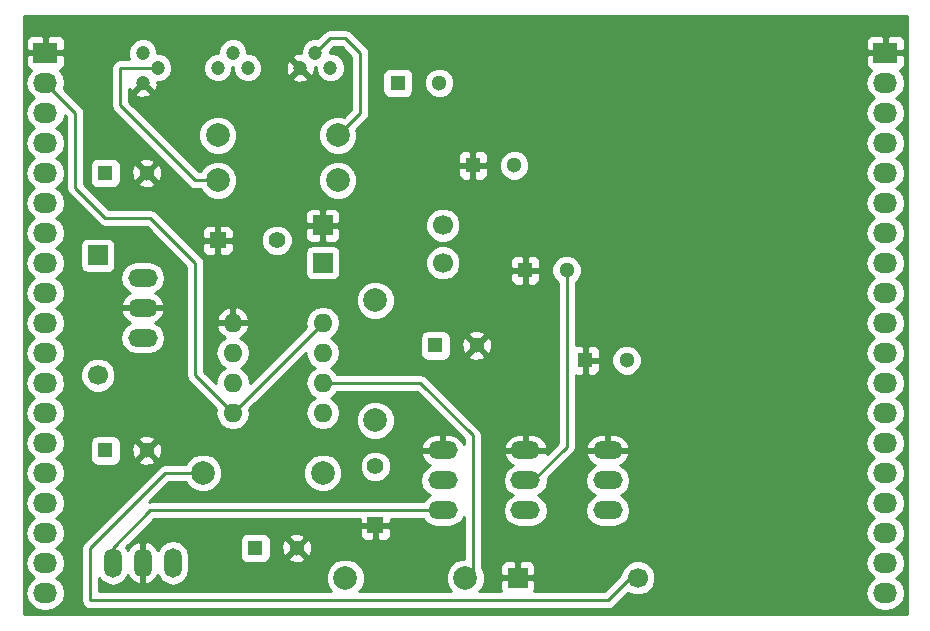
<source format=gbr>
G04 #@! TF.FileFunction,Copper,L2,Bot,Signal*
%FSLAX46Y46*%
G04 Gerber Fmt 4.6, Leading zero omitted, Abs format (unit mm)*
G04 Created by KiCad (PCBNEW 4.0.3+e1-6302~38~ubuntu16.04.1-stable) date Thu Aug 25 17:21:45 2016*
%MOMM*%
%LPD*%
G01*
G04 APERTURE LIST*
%ADD10C,0.100000*%
%ADD11R,1.400000X1.400000*%
%ADD12C,1.400000*%
%ADD13C,1.300000*%
%ADD14R,1.300000X1.300000*%
%ADD15C,1.699260*%
%ADD16R,1.699260X1.699260*%
%ADD17C,1.200000*%
%ADD18C,1.998980*%
%ADD19O,1.600000X1.600000*%
%ADD20O,2.499360X1.501140*%
%ADD21O,1.501140X2.499360*%
%ADD22R,2.032000X1.727200*%
%ADD23O,2.032000X1.727200*%
%ADD24C,0.250000*%
%ADD25C,0.254000*%
G04 APERTURE END LIST*
D10*
D11*
X60960000Y-84455000D03*
D12*
X60960000Y-79455000D03*
D11*
X47625000Y-60325000D03*
D12*
X52625000Y-60325000D03*
D13*
X41600000Y-54610000D03*
D14*
X38100000Y-54610000D03*
D13*
X41600000Y-78105000D03*
D14*
X38100000Y-78105000D03*
D13*
X54300000Y-86360000D03*
D14*
X50800000Y-86360000D03*
D13*
X69540000Y-69215000D03*
D14*
X66040000Y-69215000D03*
D13*
X66365000Y-46990000D03*
D14*
X62865000Y-46990000D03*
D13*
X72715000Y-53975000D03*
D14*
X69215000Y-53975000D03*
D13*
X77160000Y-62865000D03*
D14*
X73660000Y-62865000D03*
D13*
X82240000Y-70485000D03*
D14*
X78740000Y-70485000D03*
D15*
X37467540Y-71755520D03*
D16*
X37467540Y-61595520D03*
D15*
X83185520Y-88897460D03*
D16*
X73025520Y-88897460D03*
D15*
X66675520Y-59052460D03*
D16*
X56515520Y-59052460D03*
D15*
X66675520Y-62227460D03*
D16*
X56515520Y-62227460D03*
D17*
X41275000Y-46990000D03*
X42545000Y-45720000D03*
X41275000Y-44450000D03*
X50165000Y-45720000D03*
X48895000Y-44450000D03*
X47625000Y-45720000D03*
X57150000Y-45720000D03*
X55880000Y-44450000D03*
X54610000Y-45720000D03*
D18*
X60960000Y-75565000D03*
X60960000Y-65405000D03*
X58420000Y-88900000D03*
X68580000Y-88900000D03*
X47625000Y-55245000D03*
X57785000Y-55245000D03*
X47625000Y-51435000D03*
X57785000Y-51435000D03*
X46355000Y-80010000D03*
X56515000Y-80010000D03*
D19*
X48895000Y-67310000D03*
X48895000Y-69850000D03*
X48895000Y-72390000D03*
X48895000Y-74930000D03*
X56515000Y-74930000D03*
X56515000Y-72390000D03*
X56515000Y-69850000D03*
X56515000Y-67310000D03*
D20*
X41275000Y-66040000D03*
X41275000Y-63500000D03*
X41275000Y-68580000D03*
D21*
X41275000Y-87630000D03*
X38735000Y-87630000D03*
X43815000Y-87630000D03*
D20*
X66675000Y-80645000D03*
X66675000Y-78105000D03*
X66675000Y-83185000D03*
X80645000Y-80645000D03*
X80645000Y-78105000D03*
X80645000Y-83185000D03*
X73660000Y-80645000D03*
X73660000Y-78105000D03*
X73660000Y-83185000D03*
D22*
X104140000Y-44450000D03*
D23*
X104140000Y-46990000D03*
X104140000Y-49530000D03*
X104140000Y-52070000D03*
X104140000Y-54610000D03*
X104140000Y-57150000D03*
X104140000Y-59690000D03*
X104140000Y-62230000D03*
X104140000Y-64770000D03*
X104140000Y-67310000D03*
X104140000Y-69850000D03*
X104140000Y-72390000D03*
X104140000Y-74930000D03*
X104140000Y-77470000D03*
X104140000Y-80010000D03*
X104140000Y-82550000D03*
X104140000Y-85090000D03*
X104140000Y-87630000D03*
X104140000Y-90170000D03*
D22*
X33020000Y-44450000D03*
D23*
X33020000Y-46990000D03*
X33020000Y-49530000D03*
X33020000Y-52070000D03*
X33020000Y-54610000D03*
X33020000Y-57150000D03*
X33020000Y-59690000D03*
X33020000Y-62230000D03*
X33020000Y-64770000D03*
X33020000Y-67310000D03*
X33020000Y-69850000D03*
X33020000Y-72390000D03*
X33020000Y-74930000D03*
X33020000Y-77470000D03*
X33020000Y-80010000D03*
X33020000Y-82550000D03*
X33020000Y-85090000D03*
X33020000Y-87630000D03*
X33020000Y-90170000D03*
D24*
X56515000Y-72390000D02*
X64770000Y-72390000D01*
X69215000Y-76835000D02*
X69215000Y-88265000D01*
X64770000Y-72390000D02*
X69215000Y-76835000D01*
X69215000Y-88265000D02*
X68580000Y-88900000D01*
X38735000Y-87630000D02*
X38735000Y-86360000D01*
X41910000Y-83185000D02*
X66675000Y-83185000D01*
X38735000Y-86360000D02*
X41910000Y-83185000D01*
X33020000Y-46990000D02*
X35560000Y-49530000D01*
X45720000Y-71755000D02*
X48895000Y-74930000D01*
X45720000Y-62230000D02*
X45720000Y-71755000D01*
X41910000Y-58420000D02*
X45720000Y-62230000D01*
X38100000Y-58420000D02*
X41910000Y-58420000D01*
X35560000Y-55880000D02*
X38100000Y-58420000D01*
X35560000Y-53340000D02*
X35560000Y-55880000D01*
X35560000Y-49530000D02*
X35560000Y-53340000D01*
X56515000Y-67310000D02*
X48895000Y-74930000D01*
X73660000Y-80645000D02*
X74295000Y-80645000D01*
X74295000Y-80645000D02*
X77160000Y-77780000D01*
X77160000Y-77780000D02*
X77160000Y-62865000D01*
X46355000Y-80010000D02*
X43180000Y-80010000D01*
X80645000Y-90805000D02*
X82552540Y-88897460D01*
X36830000Y-90805000D02*
X80645000Y-90805000D01*
X36830000Y-86360000D02*
X36830000Y-90805000D01*
X43180000Y-80010000D02*
X36830000Y-86360000D01*
X82552540Y-88897460D02*
X83185520Y-88897460D01*
X42545000Y-45720000D02*
X39370000Y-45720000D01*
X45720000Y-55245000D02*
X47625000Y-55245000D01*
X39370000Y-48895000D02*
X45720000Y-55245000D01*
X39370000Y-45720000D02*
X39370000Y-48895000D01*
X55880000Y-44450000D02*
X57150000Y-43180000D01*
X59690000Y-49530000D02*
X57785000Y-51435000D01*
X59690000Y-44450000D02*
X59690000Y-49530000D01*
X58420000Y-43180000D02*
X59690000Y-44450000D01*
X57150000Y-43180000D02*
X58420000Y-43180000D01*
X57785000Y-51435000D02*
X57785000Y-50800000D01*
D25*
G36*
X105970000Y-92000000D02*
X31190000Y-92000000D01*
X31190000Y-46990000D01*
X31336655Y-46990000D01*
X31450729Y-47563489D01*
X31775585Y-48049670D01*
X32090366Y-48260000D01*
X31775585Y-48470330D01*
X31450729Y-48956511D01*
X31336655Y-49530000D01*
X31450729Y-50103489D01*
X31775585Y-50589670D01*
X32090366Y-50800000D01*
X31775585Y-51010330D01*
X31450729Y-51496511D01*
X31336655Y-52070000D01*
X31450729Y-52643489D01*
X31775585Y-53129670D01*
X32090366Y-53340000D01*
X31775585Y-53550330D01*
X31450729Y-54036511D01*
X31336655Y-54610000D01*
X31450729Y-55183489D01*
X31775585Y-55669670D01*
X32090366Y-55880000D01*
X31775585Y-56090330D01*
X31450729Y-56576511D01*
X31336655Y-57150000D01*
X31450729Y-57723489D01*
X31775585Y-58209670D01*
X32090366Y-58420000D01*
X31775585Y-58630330D01*
X31450729Y-59116511D01*
X31336655Y-59690000D01*
X31450729Y-60263489D01*
X31775585Y-60749670D01*
X32090366Y-60960000D01*
X31775585Y-61170330D01*
X31450729Y-61656511D01*
X31336655Y-62230000D01*
X31450729Y-62803489D01*
X31775585Y-63289670D01*
X32090366Y-63500000D01*
X31775585Y-63710330D01*
X31450729Y-64196511D01*
X31336655Y-64770000D01*
X31450729Y-65343489D01*
X31775585Y-65829670D01*
X32090366Y-66040000D01*
X31775585Y-66250330D01*
X31450729Y-66736511D01*
X31336655Y-67310000D01*
X31450729Y-67883489D01*
X31775585Y-68369670D01*
X32090366Y-68580000D01*
X31775585Y-68790330D01*
X31450729Y-69276511D01*
X31336655Y-69850000D01*
X31450729Y-70423489D01*
X31775585Y-70909670D01*
X32090366Y-71120000D01*
X31775585Y-71330330D01*
X31450729Y-71816511D01*
X31336655Y-72390000D01*
X31450729Y-72963489D01*
X31775585Y-73449670D01*
X32090366Y-73660000D01*
X31775585Y-73870330D01*
X31450729Y-74356511D01*
X31336655Y-74930000D01*
X31450729Y-75503489D01*
X31775585Y-75989670D01*
X32090366Y-76200000D01*
X31775585Y-76410330D01*
X31450729Y-76896511D01*
X31336655Y-77470000D01*
X31450729Y-78043489D01*
X31775585Y-78529670D01*
X32090366Y-78740000D01*
X31775585Y-78950330D01*
X31450729Y-79436511D01*
X31336655Y-80010000D01*
X31450729Y-80583489D01*
X31775585Y-81069670D01*
X32090366Y-81280000D01*
X31775585Y-81490330D01*
X31450729Y-81976511D01*
X31336655Y-82550000D01*
X31450729Y-83123489D01*
X31775585Y-83609670D01*
X32090366Y-83820000D01*
X31775585Y-84030330D01*
X31450729Y-84516511D01*
X31336655Y-85090000D01*
X31450729Y-85663489D01*
X31775585Y-86149670D01*
X32090366Y-86360000D01*
X31775585Y-86570330D01*
X31450729Y-87056511D01*
X31336655Y-87630000D01*
X31450729Y-88203489D01*
X31775585Y-88689670D01*
X32090366Y-88900000D01*
X31775585Y-89110330D01*
X31450729Y-89596511D01*
X31336655Y-90170000D01*
X31450729Y-90743489D01*
X31775585Y-91229670D01*
X32261766Y-91554526D01*
X32835255Y-91668600D01*
X33204745Y-91668600D01*
X33778234Y-91554526D01*
X34264415Y-91229670D01*
X34589271Y-90743489D01*
X34703345Y-90170000D01*
X34589271Y-89596511D01*
X34264415Y-89110330D01*
X33949634Y-88900000D01*
X34264415Y-88689670D01*
X34589271Y-88203489D01*
X34703345Y-87630000D01*
X34589271Y-87056511D01*
X34264415Y-86570330D01*
X33949634Y-86360000D01*
X34264415Y-86149670D01*
X34589271Y-85663489D01*
X34703345Y-85090000D01*
X34589271Y-84516511D01*
X34264415Y-84030330D01*
X33949634Y-83820000D01*
X34264415Y-83609670D01*
X34589271Y-83123489D01*
X34703345Y-82550000D01*
X34589271Y-81976511D01*
X34264415Y-81490330D01*
X33949634Y-81280000D01*
X34264415Y-81069670D01*
X34589271Y-80583489D01*
X34703345Y-80010000D01*
X34589271Y-79436511D01*
X34264415Y-78950330D01*
X33949634Y-78740000D01*
X34264415Y-78529670D01*
X34589271Y-78043489D01*
X34703345Y-77470000D01*
X34700362Y-77455000D01*
X36802560Y-77455000D01*
X36802560Y-78755000D01*
X36846838Y-78990317D01*
X36985910Y-79206441D01*
X37198110Y-79351431D01*
X37450000Y-79402440D01*
X38750000Y-79402440D01*
X38985317Y-79358162D01*
X39201441Y-79219090D01*
X39346431Y-79006890D01*
X39347012Y-79004016D01*
X40880590Y-79004016D01*
X40936271Y-79234611D01*
X41419078Y-79402622D01*
X41929428Y-79373083D01*
X42263729Y-79234611D01*
X42319410Y-79004016D01*
X41600000Y-78284605D01*
X40880590Y-79004016D01*
X39347012Y-79004016D01*
X39397440Y-78755000D01*
X39397440Y-77924078D01*
X40302378Y-77924078D01*
X40331917Y-78434428D01*
X40470389Y-78768729D01*
X40700984Y-78824410D01*
X41420395Y-78105000D01*
X41779605Y-78105000D01*
X42499016Y-78824410D01*
X42729611Y-78768729D01*
X42897622Y-78285922D01*
X42868083Y-77775572D01*
X42863176Y-77763725D01*
X64833007Y-77763725D01*
X64955661Y-77978000D01*
X66548000Y-77978000D01*
X66548000Y-76719430D01*
X66048890Y-76719430D01*
X65528323Y-76873501D01*
X65106342Y-77215056D01*
X64847190Y-77692097D01*
X64833007Y-77763725D01*
X42863176Y-77763725D01*
X42729611Y-77441271D01*
X42499016Y-77385590D01*
X41779605Y-78105000D01*
X41420395Y-78105000D01*
X40700984Y-77385590D01*
X40470389Y-77441271D01*
X40302378Y-77924078D01*
X39397440Y-77924078D01*
X39397440Y-77455000D01*
X39353162Y-77219683D01*
X39344347Y-77205984D01*
X40880590Y-77205984D01*
X41600000Y-77925395D01*
X42319410Y-77205984D01*
X42263729Y-76975389D01*
X41780922Y-76807378D01*
X41270572Y-76836917D01*
X40936271Y-76975389D01*
X40880590Y-77205984D01*
X39344347Y-77205984D01*
X39214090Y-77003559D01*
X39001890Y-76858569D01*
X38750000Y-76807560D01*
X37450000Y-76807560D01*
X37214683Y-76851838D01*
X36998559Y-76990910D01*
X36853569Y-77203110D01*
X36802560Y-77455000D01*
X34700362Y-77455000D01*
X34589271Y-76896511D01*
X34264415Y-76410330D01*
X33949634Y-76200000D01*
X34264415Y-75989670D01*
X34589271Y-75503489D01*
X34703345Y-74930000D01*
X34589271Y-74356511D01*
X34264415Y-73870330D01*
X33949634Y-73660000D01*
X34264415Y-73449670D01*
X34589271Y-72963489D01*
X34703345Y-72390000D01*
X34635623Y-72049536D01*
X35982652Y-72049536D01*
X36208198Y-72595397D01*
X36625466Y-73013394D01*
X37170933Y-73239892D01*
X37761556Y-73240408D01*
X38307417Y-73014862D01*
X38725414Y-72597594D01*
X38951912Y-72052127D01*
X38952428Y-71461504D01*
X38726882Y-70915643D01*
X38309614Y-70497646D01*
X37764147Y-70271148D01*
X37173524Y-70270632D01*
X36627663Y-70496178D01*
X36209666Y-70913446D01*
X35983168Y-71458913D01*
X35982652Y-72049536D01*
X34635623Y-72049536D01*
X34589271Y-71816511D01*
X34264415Y-71330330D01*
X33949634Y-71120000D01*
X34264415Y-70909670D01*
X34589271Y-70423489D01*
X34703345Y-69850000D01*
X34589271Y-69276511D01*
X34264415Y-68790330D01*
X33949634Y-68580000D01*
X39353397Y-68580000D01*
X39458867Y-69110235D01*
X39759221Y-69559746D01*
X40208732Y-69860100D01*
X40738967Y-69965570D01*
X41811033Y-69965570D01*
X42341268Y-69860100D01*
X42790779Y-69559746D01*
X43091133Y-69110235D01*
X43196603Y-68580000D01*
X43091133Y-68049765D01*
X42790779Y-67600254D01*
X42341268Y-67299900D01*
X42331968Y-67298050D01*
X42421677Y-67271499D01*
X42843658Y-66929944D01*
X43102810Y-66452903D01*
X43116993Y-66381275D01*
X42994339Y-66167000D01*
X41402000Y-66167000D01*
X41402000Y-66187000D01*
X41148000Y-66187000D01*
X41148000Y-66167000D01*
X39555661Y-66167000D01*
X39433007Y-66381275D01*
X39447190Y-66452903D01*
X39706342Y-66929944D01*
X40128323Y-67271499D01*
X40218032Y-67298050D01*
X40208732Y-67299900D01*
X39759221Y-67600254D01*
X39458867Y-68049765D01*
X39353397Y-68580000D01*
X33949634Y-68580000D01*
X34264415Y-68369670D01*
X34589271Y-67883489D01*
X34703345Y-67310000D01*
X34589271Y-66736511D01*
X34264415Y-66250330D01*
X33949634Y-66040000D01*
X34264415Y-65829670D01*
X34589271Y-65343489D01*
X34703345Y-64770000D01*
X34589271Y-64196511D01*
X34264415Y-63710330D01*
X33949634Y-63500000D01*
X39353397Y-63500000D01*
X39458867Y-64030235D01*
X39759221Y-64479746D01*
X40208732Y-64780100D01*
X40218032Y-64781950D01*
X40128323Y-64808501D01*
X39706342Y-65150056D01*
X39447190Y-65627097D01*
X39433007Y-65698725D01*
X39555661Y-65913000D01*
X41148000Y-65913000D01*
X41148000Y-65893000D01*
X41402000Y-65893000D01*
X41402000Y-65913000D01*
X42994339Y-65913000D01*
X43116993Y-65698725D01*
X43102810Y-65627097D01*
X42843658Y-65150056D01*
X42421677Y-64808501D01*
X42331968Y-64781950D01*
X42341268Y-64780100D01*
X42790779Y-64479746D01*
X43091133Y-64030235D01*
X43196603Y-63500000D01*
X43091133Y-62969765D01*
X42790779Y-62520254D01*
X42341268Y-62219900D01*
X41811033Y-62114430D01*
X40738967Y-62114430D01*
X40208732Y-62219900D01*
X39759221Y-62520254D01*
X39458867Y-62969765D01*
X39353397Y-63500000D01*
X33949634Y-63500000D01*
X34264415Y-63289670D01*
X34589271Y-62803489D01*
X34703345Y-62230000D01*
X34589271Y-61656511D01*
X34264415Y-61170330D01*
X33949634Y-60960000D01*
X34264415Y-60749670D01*
X34266940Y-60745890D01*
X35970470Y-60745890D01*
X35970470Y-62445150D01*
X36014748Y-62680467D01*
X36153820Y-62896591D01*
X36366020Y-63041581D01*
X36617910Y-63092590D01*
X38317170Y-63092590D01*
X38552487Y-63048312D01*
X38768611Y-62909240D01*
X38913601Y-62697040D01*
X38964610Y-62445150D01*
X38964610Y-60745890D01*
X38920332Y-60510573D01*
X38781260Y-60294449D01*
X38569060Y-60149459D01*
X38317170Y-60098450D01*
X36617910Y-60098450D01*
X36382593Y-60142728D01*
X36166469Y-60281800D01*
X36021479Y-60494000D01*
X35970470Y-60745890D01*
X34266940Y-60745890D01*
X34589271Y-60263489D01*
X34703345Y-59690000D01*
X34589271Y-59116511D01*
X34264415Y-58630330D01*
X33949634Y-58420000D01*
X34264415Y-58209670D01*
X34589271Y-57723489D01*
X34703345Y-57150000D01*
X34589271Y-56576511D01*
X34264415Y-56090330D01*
X33949634Y-55880000D01*
X34264415Y-55669670D01*
X34589271Y-55183489D01*
X34703345Y-54610000D01*
X34589271Y-54036511D01*
X34264415Y-53550330D01*
X33949634Y-53340000D01*
X34264415Y-53129670D01*
X34589271Y-52643489D01*
X34703345Y-52070000D01*
X34589271Y-51496511D01*
X34264415Y-51010330D01*
X33949634Y-50800000D01*
X34264415Y-50589670D01*
X34589271Y-50103489D01*
X34667152Y-49711954D01*
X34800000Y-49844802D01*
X34800000Y-55880000D01*
X34857852Y-56170839D01*
X35022599Y-56417401D01*
X37562599Y-58957401D01*
X37809160Y-59122148D01*
X37857414Y-59131746D01*
X38100000Y-59180000D01*
X41595198Y-59180000D01*
X44960000Y-62544802D01*
X44960000Y-71755000D01*
X45017852Y-72045839D01*
X45182599Y-72292401D01*
X47496312Y-74606114D01*
X47431887Y-74930000D01*
X47541120Y-75479151D01*
X47852189Y-75944698D01*
X48317736Y-76255767D01*
X48866887Y-76365000D01*
X48923113Y-76365000D01*
X49472264Y-76255767D01*
X49937811Y-75944698D01*
X50248880Y-75479151D01*
X50358113Y-74930000D01*
X50293688Y-74606114D01*
X55052405Y-69847397D01*
X55051887Y-69850000D01*
X55161120Y-70399151D01*
X55472189Y-70864698D01*
X55854275Y-71120000D01*
X55472189Y-71375302D01*
X55161120Y-71840849D01*
X55051887Y-72390000D01*
X55161120Y-72939151D01*
X55472189Y-73404698D01*
X55854275Y-73660000D01*
X55472189Y-73915302D01*
X55161120Y-74380849D01*
X55051887Y-74930000D01*
X55161120Y-75479151D01*
X55472189Y-75944698D01*
X55937736Y-76255767D01*
X56486887Y-76365000D01*
X56543113Y-76365000D01*
X57092264Y-76255767D01*
X57557811Y-75944698D01*
X57595231Y-75888694D01*
X59325226Y-75888694D01*
X59573538Y-76489655D01*
X60032927Y-76949846D01*
X60633453Y-77199206D01*
X61283694Y-77199774D01*
X61884655Y-76951462D01*
X62344846Y-76492073D01*
X62594206Y-75891547D01*
X62594774Y-75241306D01*
X62346462Y-74640345D01*
X61887073Y-74180154D01*
X61286547Y-73930794D01*
X60636306Y-73930226D01*
X60035345Y-74178538D01*
X59575154Y-74637927D01*
X59325794Y-75238453D01*
X59325226Y-75888694D01*
X57595231Y-75888694D01*
X57868880Y-75479151D01*
X57978113Y-74930000D01*
X57868880Y-74380849D01*
X57557811Y-73915302D01*
X57175725Y-73660000D01*
X57557811Y-73404698D01*
X57727995Y-73150000D01*
X64455198Y-73150000D01*
X68455000Y-77149802D01*
X68455000Y-77604089D01*
X68243658Y-77215056D01*
X67821677Y-76873501D01*
X67301110Y-76719430D01*
X66802000Y-76719430D01*
X66802000Y-77978000D01*
X66822000Y-77978000D01*
X66822000Y-78232000D01*
X66802000Y-78232000D01*
X66802000Y-78252000D01*
X66548000Y-78252000D01*
X66548000Y-78232000D01*
X64955661Y-78232000D01*
X64833007Y-78446275D01*
X64847190Y-78517903D01*
X65106342Y-78994944D01*
X65528323Y-79336499D01*
X65618032Y-79363050D01*
X65608732Y-79364900D01*
X65159221Y-79665254D01*
X64858867Y-80114765D01*
X64753397Y-80645000D01*
X64858867Y-81175235D01*
X65159221Y-81624746D01*
X65593616Y-81915000D01*
X65159221Y-82205254D01*
X65012391Y-82425000D01*
X41910000Y-82425000D01*
X41822371Y-82442431D01*
X43494802Y-80770000D01*
X44900504Y-80770000D01*
X44968538Y-80934655D01*
X45427927Y-81394846D01*
X46028453Y-81644206D01*
X46678694Y-81644774D01*
X47279655Y-81396462D01*
X47739846Y-80937073D01*
X47989206Y-80336547D01*
X47989208Y-80333694D01*
X54880226Y-80333694D01*
X55128538Y-80934655D01*
X55587927Y-81394846D01*
X56188453Y-81644206D01*
X56838694Y-81644774D01*
X57439655Y-81396462D01*
X57899846Y-80937073D01*
X58149206Y-80336547D01*
X58149745Y-79719383D01*
X59624769Y-79719383D01*
X59827582Y-80210229D01*
X60202796Y-80586098D01*
X60693287Y-80789768D01*
X61224383Y-80790231D01*
X61715229Y-80587418D01*
X62091098Y-80212204D01*
X62294768Y-79721713D01*
X62295231Y-79190617D01*
X62092418Y-78699771D01*
X61717204Y-78323902D01*
X61226713Y-78120232D01*
X60695617Y-78119769D01*
X60204771Y-78322582D01*
X59828902Y-78697796D01*
X59625232Y-79188287D01*
X59624769Y-79719383D01*
X58149745Y-79719383D01*
X58149774Y-79686306D01*
X57901462Y-79085345D01*
X57442073Y-78625154D01*
X56841547Y-78375794D01*
X56191306Y-78375226D01*
X55590345Y-78623538D01*
X55130154Y-79082927D01*
X54880794Y-79683453D01*
X54880226Y-80333694D01*
X47989208Y-80333694D01*
X47989774Y-79686306D01*
X47741462Y-79085345D01*
X47282073Y-78625154D01*
X46681547Y-78375794D01*
X46031306Y-78375226D01*
X45430345Y-78623538D01*
X44970154Y-79082927D01*
X44900779Y-79250000D01*
X43180000Y-79250000D01*
X42889161Y-79307852D01*
X42642599Y-79472599D01*
X36292599Y-85822599D01*
X36127852Y-86069161D01*
X36070000Y-86360000D01*
X36070000Y-90805000D01*
X36127852Y-91095839D01*
X36292599Y-91342401D01*
X36539161Y-91507148D01*
X36830000Y-91565000D01*
X80645000Y-91565000D01*
X80935839Y-91507148D01*
X81182401Y-91342401D01*
X82361833Y-90162969D01*
X82888913Y-90381832D01*
X83479536Y-90382348D01*
X84025397Y-90156802D01*
X84443394Y-89739534D01*
X84669892Y-89194067D01*
X84670408Y-88603444D01*
X84444862Y-88057583D01*
X84027594Y-87639586D01*
X83482127Y-87413088D01*
X82891504Y-87412572D01*
X82345643Y-87638118D01*
X81927646Y-88055386D01*
X81701148Y-88600853D01*
X81701084Y-88674114D01*
X80330198Y-90045000D01*
X74439071Y-90045000D01*
X74510150Y-89873400D01*
X74510150Y-89183210D01*
X74351400Y-89024460D01*
X73152520Y-89024460D01*
X73152520Y-89044460D01*
X72898520Y-89044460D01*
X72898520Y-89024460D01*
X71699640Y-89024460D01*
X71540890Y-89183210D01*
X71540890Y-89873400D01*
X71611969Y-90045000D01*
X69746539Y-90045000D01*
X69964846Y-89827073D01*
X70214206Y-89226547D01*
X70214774Y-88576306D01*
X69975000Y-87996009D01*
X69975000Y-87921520D01*
X71540890Y-87921520D01*
X71540890Y-88611710D01*
X71699640Y-88770460D01*
X72898520Y-88770460D01*
X72898520Y-87571580D01*
X73152520Y-87571580D01*
X73152520Y-88770460D01*
X74351400Y-88770460D01*
X74510150Y-88611710D01*
X74510150Y-87921520D01*
X74413477Y-87688131D01*
X74234848Y-87509503D01*
X74001459Y-87412830D01*
X73311270Y-87412830D01*
X73152520Y-87571580D01*
X72898520Y-87571580D01*
X72739770Y-87412830D01*
X72049581Y-87412830D01*
X71816192Y-87509503D01*
X71637563Y-87688131D01*
X71540890Y-87921520D01*
X69975000Y-87921520D01*
X69975000Y-80645000D01*
X71738397Y-80645000D01*
X71843867Y-81175235D01*
X72144221Y-81624746D01*
X72578616Y-81915000D01*
X72144221Y-82205254D01*
X71843867Y-82654765D01*
X71738397Y-83185000D01*
X71843867Y-83715235D01*
X72144221Y-84164746D01*
X72593732Y-84465100D01*
X73123967Y-84570570D01*
X74196033Y-84570570D01*
X74726268Y-84465100D01*
X75175779Y-84164746D01*
X75476133Y-83715235D01*
X75581603Y-83185000D01*
X75476133Y-82654765D01*
X75175779Y-82205254D01*
X74741384Y-81915000D01*
X75175779Y-81624746D01*
X75476133Y-81175235D01*
X75581603Y-80645000D01*
X78723397Y-80645000D01*
X78828867Y-81175235D01*
X79129221Y-81624746D01*
X79563616Y-81915000D01*
X79129221Y-82205254D01*
X78828867Y-82654765D01*
X78723397Y-83185000D01*
X78828867Y-83715235D01*
X79129221Y-84164746D01*
X79578732Y-84465100D01*
X80108967Y-84570570D01*
X81181033Y-84570570D01*
X81711268Y-84465100D01*
X82160779Y-84164746D01*
X82461133Y-83715235D01*
X82566603Y-83185000D01*
X82461133Y-82654765D01*
X82160779Y-82205254D01*
X81726384Y-81915000D01*
X82160779Y-81624746D01*
X82461133Y-81175235D01*
X82566603Y-80645000D01*
X82461133Y-80114765D01*
X82160779Y-79665254D01*
X81711268Y-79364900D01*
X81701968Y-79363050D01*
X81791677Y-79336499D01*
X82213658Y-78994944D01*
X82472810Y-78517903D01*
X82486993Y-78446275D01*
X82364339Y-78232000D01*
X80772000Y-78232000D01*
X80772000Y-78252000D01*
X80518000Y-78252000D01*
X80518000Y-78232000D01*
X78925661Y-78232000D01*
X78803007Y-78446275D01*
X78817190Y-78517903D01*
X79076342Y-78994944D01*
X79498323Y-79336499D01*
X79588032Y-79363050D01*
X79578732Y-79364900D01*
X79129221Y-79665254D01*
X78828867Y-80114765D01*
X78723397Y-80645000D01*
X75581603Y-80645000D01*
X75546463Y-80468339D01*
X77697401Y-78317401D01*
X77862148Y-78070839D01*
X77920000Y-77780000D01*
X77920000Y-77763725D01*
X78803007Y-77763725D01*
X78925661Y-77978000D01*
X80518000Y-77978000D01*
X80518000Y-76719430D01*
X80772000Y-76719430D01*
X80772000Y-77978000D01*
X82364339Y-77978000D01*
X82486993Y-77763725D01*
X82472810Y-77692097D01*
X82213658Y-77215056D01*
X81791677Y-76873501D01*
X81271110Y-76719430D01*
X80772000Y-76719430D01*
X80518000Y-76719430D01*
X80018890Y-76719430D01*
X79498323Y-76873501D01*
X79076342Y-77215056D01*
X78817190Y-77692097D01*
X78803007Y-77763725D01*
X77920000Y-77763725D01*
X77920000Y-71751903D01*
X77963691Y-71770000D01*
X78454250Y-71770000D01*
X78613000Y-71611250D01*
X78613000Y-70612000D01*
X78867000Y-70612000D01*
X78867000Y-71611250D01*
X79025750Y-71770000D01*
X79516309Y-71770000D01*
X79749698Y-71673327D01*
X79928327Y-71494699D01*
X80025000Y-71261310D01*
X80025000Y-70770750D01*
X79993731Y-70739481D01*
X80954777Y-70739481D01*
X81149995Y-71211943D01*
X81511155Y-71573735D01*
X81983276Y-71769777D01*
X82494481Y-71770223D01*
X82966943Y-71575005D01*
X83328735Y-71213845D01*
X83524777Y-70741724D01*
X83525223Y-70230519D01*
X83330005Y-69758057D01*
X82968845Y-69396265D01*
X82496724Y-69200223D01*
X81985519Y-69199777D01*
X81513057Y-69394995D01*
X81151265Y-69756155D01*
X80955223Y-70228276D01*
X80954777Y-70739481D01*
X79993731Y-70739481D01*
X79866250Y-70612000D01*
X78867000Y-70612000D01*
X78613000Y-70612000D01*
X78593000Y-70612000D01*
X78593000Y-70358000D01*
X78613000Y-70358000D01*
X78613000Y-69358750D01*
X78867000Y-69358750D01*
X78867000Y-70358000D01*
X79866250Y-70358000D01*
X80025000Y-70199250D01*
X80025000Y-69708690D01*
X79928327Y-69475301D01*
X79749698Y-69296673D01*
X79516309Y-69200000D01*
X79025750Y-69200000D01*
X78867000Y-69358750D01*
X78613000Y-69358750D01*
X78454250Y-69200000D01*
X77963691Y-69200000D01*
X77920000Y-69218097D01*
X77920000Y-63922006D01*
X78248735Y-63593845D01*
X78444777Y-63121724D01*
X78445223Y-62610519D01*
X78250005Y-62138057D01*
X77888845Y-61776265D01*
X77416724Y-61580223D01*
X76905519Y-61579777D01*
X76433057Y-61774995D01*
X76071265Y-62136155D01*
X75875223Y-62608276D01*
X75874777Y-63119481D01*
X76069995Y-63591943D01*
X76400000Y-63922525D01*
X76400000Y-77465198D01*
X75471753Y-78393445D01*
X75379339Y-78232000D01*
X73787000Y-78232000D01*
X73787000Y-78252000D01*
X73533000Y-78252000D01*
X73533000Y-78232000D01*
X71940661Y-78232000D01*
X71818007Y-78446275D01*
X71832190Y-78517903D01*
X72091342Y-78994944D01*
X72513323Y-79336499D01*
X72603032Y-79363050D01*
X72593732Y-79364900D01*
X72144221Y-79665254D01*
X71843867Y-80114765D01*
X71738397Y-80645000D01*
X69975000Y-80645000D01*
X69975000Y-77763725D01*
X71818007Y-77763725D01*
X71940661Y-77978000D01*
X73533000Y-77978000D01*
X73533000Y-76719430D01*
X73787000Y-76719430D01*
X73787000Y-77978000D01*
X75379339Y-77978000D01*
X75501993Y-77763725D01*
X75487810Y-77692097D01*
X75228658Y-77215056D01*
X74806677Y-76873501D01*
X74286110Y-76719430D01*
X73787000Y-76719430D01*
X73533000Y-76719430D01*
X73033890Y-76719430D01*
X72513323Y-76873501D01*
X72091342Y-77215056D01*
X71832190Y-77692097D01*
X71818007Y-77763725D01*
X69975000Y-77763725D01*
X69975000Y-76835000D01*
X69969506Y-76807378D01*
X69917148Y-76544160D01*
X69752401Y-76297599D01*
X65307401Y-71852599D01*
X65060839Y-71687852D01*
X64770000Y-71630000D01*
X57727995Y-71630000D01*
X57557811Y-71375302D01*
X57175725Y-71120000D01*
X57557811Y-70864698D01*
X57868880Y-70399151D01*
X57978113Y-69850000D01*
X57868880Y-69300849D01*
X57557811Y-68835302D01*
X57175725Y-68580000D01*
X57198174Y-68565000D01*
X64742560Y-68565000D01*
X64742560Y-69865000D01*
X64786838Y-70100317D01*
X64925910Y-70316441D01*
X65138110Y-70461431D01*
X65390000Y-70512440D01*
X66690000Y-70512440D01*
X66925317Y-70468162D01*
X67141441Y-70329090D01*
X67286431Y-70116890D01*
X67287012Y-70114016D01*
X68820590Y-70114016D01*
X68876271Y-70344611D01*
X69359078Y-70512622D01*
X69869428Y-70483083D01*
X70203729Y-70344611D01*
X70259410Y-70114016D01*
X69540000Y-69394605D01*
X68820590Y-70114016D01*
X67287012Y-70114016D01*
X67337440Y-69865000D01*
X67337440Y-69034078D01*
X68242378Y-69034078D01*
X68271917Y-69544428D01*
X68410389Y-69878729D01*
X68640984Y-69934410D01*
X69360395Y-69215000D01*
X69719605Y-69215000D01*
X70439016Y-69934410D01*
X70669611Y-69878729D01*
X70837622Y-69395922D01*
X70808083Y-68885572D01*
X70669611Y-68551271D01*
X70439016Y-68495590D01*
X69719605Y-69215000D01*
X69360395Y-69215000D01*
X68640984Y-68495590D01*
X68410389Y-68551271D01*
X68242378Y-69034078D01*
X67337440Y-69034078D01*
X67337440Y-68565000D01*
X67293162Y-68329683D01*
X67284347Y-68315984D01*
X68820590Y-68315984D01*
X69540000Y-69035395D01*
X70259410Y-68315984D01*
X70203729Y-68085389D01*
X69720922Y-67917378D01*
X69210572Y-67946917D01*
X68876271Y-68085389D01*
X68820590Y-68315984D01*
X67284347Y-68315984D01*
X67154090Y-68113559D01*
X66941890Y-67968569D01*
X66690000Y-67917560D01*
X65390000Y-67917560D01*
X65154683Y-67961838D01*
X64938559Y-68100910D01*
X64793569Y-68313110D01*
X64742560Y-68565000D01*
X57198174Y-68565000D01*
X57557811Y-68324698D01*
X57868880Y-67859151D01*
X57978113Y-67310000D01*
X57868880Y-66760849D01*
X57557811Y-66295302D01*
X57092264Y-65984233D01*
X56543113Y-65875000D01*
X56486887Y-65875000D01*
X55937736Y-65984233D01*
X55472189Y-66295302D01*
X55161120Y-66760849D01*
X55051887Y-67310000D01*
X55116312Y-67633886D01*
X50357595Y-72392603D01*
X50358113Y-72390000D01*
X50248880Y-71840849D01*
X49937811Y-71375302D01*
X49555725Y-71120000D01*
X49937811Y-70864698D01*
X50248880Y-70399151D01*
X50358113Y-69850000D01*
X50248880Y-69300849D01*
X49937811Y-68835302D01*
X49533297Y-68565014D01*
X49750134Y-68462389D01*
X50126041Y-68047423D01*
X50286904Y-67659039D01*
X50164915Y-67437000D01*
X49022000Y-67437000D01*
X49022000Y-67457000D01*
X48768000Y-67457000D01*
X48768000Y-67437000D01*
X47625085Y-67437000D01*
X47503096Y-67659039D01*
X47663959Y-68047423D01*
X48039866Y-68462389D01*
X48256703Y-68565014D01*
X47852189Y-68835302D01*
X47541120Y-69300849D01*
X47431887Y-69850000D01*
X47541120Y-70399151D01*
X47852189Y-70864698D01*
X48234275Y-71120000D01*
X47852189Y-71375302D01*
X47541120Y-71840849D01*
X47431887Y-72390000D01*
X47432405Y-72392603D01*
X46480000Y-71440198D01*
X46480000Y-66960961D01*
X47503096Y-66960961D01*
X47625085Y-67183000D01*
X48768000Y-67183000D01*
X48768000Y-66039371D01*
X49022000Y-66039371D01*
X49022000Y-67183000D01*
X50164915Y-67183000D01*
X50286904Y-66960961D01*
X50126041Y-66572577D01*
X49750134Y-66157611D01*
X49244041Y-65918086D01*
X49022000Y-66039371D01*
X48768000Y-66039371D01*
X48545959Y-65918086D01*
X48039866Y-66157611D01*
X47663959Y-66572577D01*
X47503096Y-66960961D01*
X46480000Y-66960961D01*
X46480000Y-65728694D01*
X59325226Y-65728694D01*
X59573538Y-66329655D01*
X60032927Y-66789846D01*
X60633453Y-67039206D01*
X61283694Y-67039774D01*
X61884655Y-66791462D01*
X62344846Y-66332073D01*
X62594206Y-65731547D01*
X62594774Y-65081306D01*
X62346462Y-64480345D01*
X61887073Y-64020154D01*
X61286547Y-63770794D01*
X60636306Y-63770226D01*
X60035345Y-64018538D01*
X59575154Y-64477927D01*
X59325794Y-65078453D01*
X59325226Y-65728694D01*
X46480000Y-65728694D01*
X46480000Y-62230000D01*
X46422148Y-61939161D01*
X46257401Y-61692599D01*
X45175552Y-60610750D01*
X46290000Y-60610750D01*
X46290000Y-61151310D01*
X46386673Y-61384699D01*
X46565302Y-61563327D01*
X46798691Y-61660000D01*
X47339250Y-61660000D01*
X47498000Y-61501250D01*
X47498000Y-60452000D01*
X47752000Y-60452000D01*
X47752000Y-61501250D01*
X47910750Y-61660000D01*
X48451309Y-61660000D01*
X48684698Y-61563327D01*
X48863327Y-61384699D01*
X48960000Y-61151310D01*
X48960000Y-60610750D01*
X48938633Y-60589383D01*
X51289769Y-60589383D01*
X51492582Y-61080229D01*
X51867796Y-61456098D01*
X52358287Y-61659768D01*
X52889383Y-61660231D01*
X53380229Y-61457418D01*
X53459955Y-61377830D01*
X55018450Y-61377830D01*
X55018450Y-63077090D01*
X55062728Y-63312407D01*
X55201800Y-63528531D01*
X55414000Y-63673521D01*
X55665890Y-63724530D01*
X57365150Y-63724530D01*
X57600467Y-63680252D01*
X57816591Y-63541180D01*
X57961581Y-63328980D01*
X58012590Y-63077090D01*
X58012590Y-62521476D01*
X65190632Y-62521476D01*
X65416178Y-63067337D01*
X65833446Y-63485334D01*
X66378913Y-63711832D01*
X66969536Y-63712348D01*
X67515397Y-63486802D01*
X67852036Y-63150750D01*
X72375000Y-63150750D01*
X72375000Y-63641310D01*
X72471673Y-63874699D01*
X72650302Y-64053327D01*
X72883691Y-64150000D01*
X73374250Y-64150000D01*
X73533000Y-63991250D01*
X73533000Y-62992000D01*
X73787000Y-62992000D01*
X73787000Y-63991250D01*
X73945750Y-64150000D01*
X74436309Y-64150000D01*
X74669698Y-64053327D01*
X74848327Y-63874699D01*
X74945000Y-63641310D01*
X74945000Y-63150750D01*
X74786250Y-62992000D01*
X73787000Y-62992000D01*
X73533000Y-62992000D01*
X72533750Y-62992000D01*
X72375000Y-63150750D01*
X67852036Y-63150750D01*
X67933394Y-63069534D01*
X68159892Y-62524067D01*
X68160272Y-62088690D01*
X72375000Y-62088690D01*
X72375000Y-62579250D01*
X72533750Y-62738000D01*
X73533000Y-62738000D01*
X73533000Y-61738750D01*
X73787000Y-61738750D01*
X73787000Y-62738000D01*
X74786250Y-62738000D01*
X74945000Y-62579250D01*
X74945000Y-62088690D01*
X74848327Y-61855301D01*
X74669698Y-61676673D01*
X74436309Y-61580000D01*
X73945750Y-61580000D01*
X73787000Y-61738750D01*
X73533000Y-61738750D01*
X73374250Y-61580000D01*
X72883691Y-61580000D01*
X72650302Y-61676673D01*
X72471673Y-61855301D01*
X72375000Y-62088690D01*
X68160272Y-62088690D01*
X68160408Y-61933444D01*
X67934862Y-61387583D01*
X67517594Y-60969586D01*
X66972127Y-60743088D01*
X66381504Y-60742572D01*
X65835643Y-60968118D01*
X65417646Y-61385386D01*
X65191148Y-61930853D01*
X65190632Y-62521476D01*
X58012590Y-62521476D01*
X58012590Y-61377830D01*
X57968312Y-61142513D01*
X57829240Y-60926389D01*
X57617040Y-60781399D01*
X57365150Y-60730390D01*
X55665890Y-60730390D01*
X55430573Y-60774668D01*
X55214449Y-60913740D01*
X55069459Y-61125940D01*
X55018450Y-61377830D01*
X53459955Y-61377830D01*
X53756098Y-61082204D01*
X53959768Y-60591713D01*
X53960231Y-60060617D01*
X53757418Y-59569771D01*
X53526261Y-59338210D01*
X55030890Y-59338210D01*
X55030890Y-60028400D01*
X55127563Y-60261789D01*
X55306192Y-60440417D01*
X55539581Y-60537090D01*
X56229770Y-60537090D01*
X56388520Y-60378340D01*
X56388520Y-59179460D01*
X56642520Y-59179460D01*
X56642520Y-60378340D01*
X56801270Y-60537090D01*
X57491459Y-60537090D01*
X57724848Y-60440417D01*
X57903477Y-60261789D01*
X58000150Y-60028400D01*
X58000150Y-59346476D01*
X65190632Y-59346476D01*
X65416178Y-59892337D01*
X65833446Y-60310334D01*
X66378913Y-60536832D01*
X66969536Y-60537348D01*
X67515397Y-60311802D01*
X67933394Y-59894534D01*
X68159892Y-59349067D01*
X68160408Y-58758444D01*
X67934862Y-58212583D01*
X67517594Y-57794586D01*
X66972127Y-57568088D01*
X66381504Y-57567572D01*
X65835643Y-57793118D01*
X65417646Y-58210386D01*
X65191148Y-58755853D01*
X65190632Y-59346476D01*
X58000150Y-59346476D01*
X58000150Y-59338210D01*
X57841400Y-59179460D01*
X56642520Y-59179460D01*
X56388520Y-59179460D01*
X55189640Y-59179460D01*
X55030890Y-59338210D01*
X53526261Y-59338210D01*
X53382204Y-59193902D01*
X52891713Y-58990232D01*
X52360617Y-58989769D01*
X51869771Y-59192582D01*
X51493902Y-59567796D01*
X51290232Y-60058287D01*
X51289769Y-60589383D01*
X48938633Y-60589383D01*
X48801250Y-60452000D01*
X47752000Y-60452000D01*
X47498000Y-60452000D01*
X46448750Y-60452000D01*
X46290000Y-60610750D01*
X45175552Y-60610750D01*
X44063492Y-59498690D01*
X46290000Y-59498690D01*
X46290000Y-60039250D01*
X46448750Y-60198000D01*
X47498000Y-60198000D01*
X47498000Y-59148750D01*
X47752000Y-59148750D01*
X47752000Y-60198000D01*
X48801250Y-60198000D01*
X48960000Y-60039250D01*
X48960000Y-59498690D01*
X48863327Y-59265301D01*
X48684698Y-59086673D01*
X48451309Y-58990000D01*
X47910750Y-58990000D01*
X47752000Y-59148750D01*
X47498000Y-59148750D01*
X47339250Y-58990000D01*
X46798691Y-58990000D01*
X46565302Y-59086673D01*
X46386673Y-59265301D01*
X46290000Y-59498690D01*
X44063492Y-59498690D01*
X42641322Y-58076520D01*
X55030890Y-58076520D01*
X55030890Y-58766710D01*
X55189640Y-58925460D01*
X56388520Y-58925460D01*
X56388520Y-57726580D01*
X56642520Y-57726580D01*
X56642520Y-58925460D01*
X57841400Y-58925460D01*
X58000150Y-58766710D01*
X58000150Y-58076520D01*
X57903477Y-57843131D01*
X57724848Y-57664503D01*
X57491459Y-57567830D01*
X56801270Y-57567830D01*
X56642520Y-57726580D01*
X56388520Y-57726580D01*
X56229770Y-57567830D01*
X55539581Y-57567830D01*
X55306192Y-57664503D01*
X55127563Y-57843131D01*
X55030890Y-58076520D01*
X42641322Y-58076520D01*
X42447401Y-57882599D01*
X42200839Y-57717852D01*
X41910000Y-57660000D01*
X38414802Y-57660000D01*
X36320000Y-55565198D01*
X36320000Y-53960000D01*
X36802560Y-53960000D01*
X36802560Y-55260000D01*
X36846838Y-55495317D01*
X36985910Y-55711441D01*
X37198110Y-55856431D01*
X37450000Y-55907440D01*
X38750000Y-55907440D01*
X38985317Y-55863162D01*
X39201441Y-55724090D01*
X39346431Y-55511890D01*
X39347012Y-55509016D01*
X40880590Y-55509016D01*
X40936271Y-55739611D01*
X41419078Y-55907622D01*
X41929428Y-55878083D01*
X42263729Y-55739611D01*
X42319410Y-55509016D01*
X41600000Y-54789605D01*
X40880590Y-55509016D01*
X39347012Y-55509016D01*
X39397440Y-55260000D01*
X39397440Y-54429078D01*
X40302378Y-54429078D01*
X40331917Y-54939428D01*
X40470389Y-55273729D01*
X40700984Y-55329410D01*
X41420395Y-54610000D01*
X41779605Y-54610000D01*
X42499016Y-55329410D01*
X42729611Y-55273729D01*
X42897622Y-54790922D01*
X42868083Y-54280572D01*
X42729611Y-53946271D01*
X42499016Y-53890590D01*
X41779605Y-54610000D01*
X41420395Y-54610000D01*
X40700984Y-53890590D01*
X40470389Y-53946271D01*
X40302378Y-54429078D01*
X39397440Y-54429078D01*
X39397440Y-53960000D01*
X39353162Y-53724683D01*
X39344347Y-53710984D01*
X40880590Y-53710984D01*
X41600000Y-54430395D01*
X42319410Y-53710984D01*
X42263729Y-53480389D01*
X41780922Y-53312378D01*
X41270572Y-53341917D01*
X40936271Y-53480389D01*
X40880590Y-53710984D01*
X39344347Y-53710984D01*
X39214090Y-53508559D01*
X39001890Y-53363569D01*
X38750000Y-53312560D01*
X37450000Y-53312560D01*
X37214683Y-53356838D01*
X36998559Y-53495910D01*
X36853569Y-53708110D01*
X36802560Y-53960000D01*
X36320000Y-53960000D01*
X36320000Y-49530000D01*
X36262148Y-49239161D01*
X36262148Y-49239160D01*
X36097401Y-48992599D01*
X34602381Y-47497579D01*
X34703345Y-46990000D01*
X34589271Y-46416511D01*
X34264415Y-45930330D01*
X34242220Y-45915500D01*
X34395699Y-45851927D01*
X34527625Y-45720000D01*
X38610000Y-45720000D01*
X38610000Y-48895000D01*
X38667852Y-49185839D01*
X38832599Y-49432401D01*
X45182599Y-55782401D01*
X45429161Y-55947148D01*
X45720000Y-56005000D01*
X46170504Y-56005000D01*
X46238538Y-56169655D01*
X46697927Y-56629846D01*
X47298453Y-56879206D01*
X47948694Y-56879774D01*
X48549655Y-56631462D01*
X49009846Y-56172073D01*
X49259206Y-55571547D01*
X49259208Y-55568694D01*
X56150226Y-55568694D01*
X56398538Y-56169655D01*
X56857927Y-56629846D01*
X57458453Y-56879206D01*
X58108694Y-56879774D01*
X58709655Y-56631462D01*
X59169846Y-56172073D01*
X59419206Y-55571547D01*
X59419774Y-54921306D01*
X59171462Y-54320345D01*
X59111971Y-54260750D01*
X67930000Y-54260750D01*
X67930000Y-54751310D01*
X68026673Y-54984699D01*
X68205302Y-55163327D01*
X68438691Y-55260000D01*
X68929250Y-55260000D01*
X69088000Y-55101250D01*
X69088000Y-54102000D01*
X69342000Y-54102000D01*
X69342000Y-55101250D01*
X69500750Y-55260000D01*
X69991309Y-55260000D01*
X70224698Y-55163327D01*
X70403327Y-54984699D01*
X70500000Y-54751310D01*
X70500000Y-54260750D01*
X70468731Y-54229481D01*
X71429777Y-54229481D01*
X71624995Y-54701943D01*
X71986155Y-55063735D01*
X72458276Y-55259777D01*
X72969481Y-55260223D01*
X73441943Y-55065005D01*
X73803735Y-54703845D01*
X73999777Y-54231724D01*
X74000223Y-53720519D01*
X73805005Y-53248057D01*
X73443845Y-52886265D01*
X72971724Y-52690223D01*
X72460519Y-52689777D01*
X71988057Y-52884995D01*
X71626265Y-53246155D01*
X71430223Y-53718276D01*
X71429777Y-54229481D01*
X70468731Y-54229481D01*
X70341250Y-54102000D01*
X69342000Y-54102000D01*
X69088000Y-54102000D01*
X68088750Y-54102000D01*
X67930000Y-54260750D01*
X59111971Y-54260750D01*
X58712073Y-53860154D01*
X58111547Y-53610794D01*
X57461306Y-53610226D01*
X56860345Y-53858538D01*
X56400154Y-54317927D01*
X56150794Y-54918453D01*
X56150226Y-55568694D01*
X49259208Y-55568694D01*
X49259774Y-54921306D01*
X49011462Y-54320345D01*
X48552073Y-53860154D01*
X47951547Y-53610794D01*
X47301306Y-53610226D01*
X46700345Y-53858538D01*
X46240154Y-54317927D01*
X46170779Y-54485000D01*
X46034802Y-54485000D01*
X44748492Y-53198690D01*
X67930000Y-53198690D01*
X67930000Y-53689250D01*
X68088750Y-53848000D01*
X69088000Y-53848000D01*
X69088000Y-52848750D01*
X69342000Y-52848750D01*
X69342000Y-53848000D01*
X70341250Y-53848000D01*
X70500000Y-53689250D01*
X70500000Y-53198690D01*
X70403327Y-52965301D01*
X70224698Y-52786673D01*
X69991309Y-52690000D01*
X69500750Y-52690000D01*
X69342000Y-52848750D01*
X69088000Y-52848750D01*
X68929250Y-52690000D01*
X68438691Y-52690000D01*
X68205302Y-52786673D01*
X68026673Y-52965301D01*
X67930000Y-53198690D01*
X44748492Y-53198690D01*
X43308496Y-51758694D01*
X45990226Y-51758694D01*
X46238538Y-52359655D01*
X46697927Y-52819846D01*
X47298453Y-53069206D01*
X47948694Y-53069774D01*
X48549655Y-52821462D01*
X49009846Y-52362073D01*
X49259206Y-51761547D01*
X49259774Y-51111306D01*
X49011462Y-50510345D01*
X48552073Y-50050154D01*
X47951547Y-49800794D01*
X47301306Y-49800226D01*
X46700345Y-50048538D01*
X46240154Y-50507927D01*
X45990794Y-51108453D01*
X45990226Y-51758694D01*
X43308496Y-51758694D01*
X40130000Y-48580198D01*
X40130000Y-47852735D01*
X40591870Y-47852735D01*
X40641383Y-48078164D01*
X41106036Y-48237807D01*
X41596413Y-48207482D01*
X41908617Y-48078164D01*
X41958130Y-47852735D01*
X41275000Y-47169605D01*
X40591870Y-47852735D01*
X40130000Y-47852735D01*
X40130000Y-47486402D01*
X40186836Y-47623617D01*
X40412265Y-47673130D01*
X41095395Y-46990000D01*
X41081253Y-46975858D01*
X41260858Y-46796253D01*
X41275000Y-46810395D01*
X41289143Y-46796253D01*
X41468748Y-46975858D01*
X41454605Y-46990000D01*
X42137735Y-47673130D01*
X42363164Y-47623617D01*
X42522807Y-47158964D01*
X42510192Y-46954970D01*
X42789579Y-46955214D01*
X43243657Y-46767592D01*
X43591371Y-46420485D01*
X43779785Y-45966734D01*
X43779786Y-45964579D01*
X46389786Y-45964579D01*
X46577408Y-46418657D01*
X46924515Y-46766371D01*
X47378266Y-46954785D01*
X47869579Y-46955214D01*
X48323657Y-46767592D01*
X48671371Y-46420485D01*
X48859785Y-45966734D01*
X48860031Y-45684970D01*
X48930030Y-45685031D01*
X48929786Y-45964579D01*
X49117408Y-46418657D01*
X49464515Y-46766371D01*
X49918266Y-46954785D01*
X50409579Y-46955214D01*
X50863657Y-46767592D01*
X51048837Y-46582735D01*
X53926870Y-46582735D01*
X53976383Y-46808164D01*
X54441036Y-46967807D01*
X54931413Y-46937482D01*
X55243617Y-46808164D01*
X55293130Y-46582735D01*
X54610000Y-45899605D01*
X53926870Y-46582735D01*
X51048837Y-46582735D01*
X51211371Y-46420485D01*
X51399785Y-45966734D01*
X51400147Y-45551036D01*
X53362193Y-45551036D01*
X53392518Y-46041413D01*
X53521836Y-46353617D01*
X53747265Y-46403130D01*
X54430395Y-45720000D01*
X53747265Y-45036870D01*
X53521836Y-45086383D01*
X53362193Y-45551036D01*
X51400147Y-45551036D01*
X51400214Y-45475421D01*
X51212592Y-45021343D01*
X51048801Y-44857265D01*
X53926870Y-44857265D01*
X54610000Y-45540395D01*
X54624143Y-45526253D01*
X54803748Y-45705858D01*
X54789605Y-45720000D01*
X55472735Y-46403130D01*
X55698164Y-46353617D01*
X55857807Y-45888964D01*
X55845192Y-45684970D01*
X55915030Y-45685031D01*
X55914786Y-45964579D01*
X56102408Y-46418657D01*
X56449515Y-46766371D01*
X56903266Y-46954785D01*
X57394579Y-46955214D01*
X57848657Y-46767592D01*
X58196371Y-46420485D01*
X58384785Y-45966734D01*
X58385214Y-45475421D01*
X58197592Y-45021343D01*
X57850485Y-44673629D01*
X57396734Y-44485215D01*
X57114970Y-44484969D01*
X57115140Y-44289662D01*
X57464802Y-43940000D01*
X58105198Y-43940000D01*
X58930000Y-44764802D01*
X58930000Y-49215198D01*
X58276083Y-49869115D01*
X58111547Y-49800794D01*
X57461306Y-49800226D01*
X56860345Y-50048538D01*
X56400154Y-50507927D01*
X56150794Y-51108453D01*
X56150226Y-51758694D01*
X56398538Y-52359655D01*
X56857927Y-52819846D01*
X57458453Y-53069206D01*
X58108694Y-53069774D01*
X58709655Y-52821462D01*
X59169846Y-52362073D01*
X59419206Y-51761547D01*
X59419774Y-51111306D01*
X59350691Y-50944111D01*
X60227401Y-50067401D01*
X60392148Y-49820839D01*
X60450000Y-49530000D01*
X60450000Y-46340000D01*
X61567560Y-46340000D01*
X61567560Y-47640000D01*
X61611838Y-47875317D01*
X61750910Y-48091441D01*
X61963110Y-48236431D01*
X62215000Y-48287440D01*
X63515000Y-48287440D01*
X63750317Y-48243162D01*
X63966441Y-48104090D01*
X64111431Y-47891890D01*
X64162440Y-47640000D01*
X64162440Y-47244481D01*
X65079777Y-47244481D01*
X65274995Y-47716943D01*
X65636155Y-48078735D01*
X66108276Y-48274777D01*
X66619481Y-48275223D01*
X67091943Y-48080005D01*
X67453735Y-47718845D01*
X67649777Y-47246724D01*
X67650000Y-46990000D01*
X102456655Y-46990000D01*
X102570729Y-47563489D01*
X102895585Y-48049670D01*
X103210366Y-48260000D01*
X102895585Y-48470330D01*
X102570729Y-48956511D01*
X102456655Y-49530000D01*
X102570729Y-50103489D01*
X102895585Y-50589670D01*
X103210366Y-50800000D01*
X102895585Y-51010330D01*
X102570729Y-51496511D01*
X102456655Y-52070000D01*
X102570729Y-52643489D01*
X102895585Y-53129670D01*
X103210366Y-53340000D01*
X102895585Y-53550330D01*
X102570729Y-54036511D01*
X102456655Y-54610000D01*
X102570729Y-55183489D01*
X102895585Y-55669670D01*
X103210366Y-55880000D01*
X102895585Y-56090330D01*
X102570729Y-56576511D01*
X102456655Y-57150000D01*
X102570729Y-57723489D01*
X102895585Y-58209670D01*
X103210366Y-58420000D01*
X102895585Y-58630330D01*
X102570729Y-59116511D01*
X102456655Y-59690000D01*
X102570729Y-60263489D01*
X102895585Y-60749670D01*
X103210366Y-60960000D01*
X102895585Y-61170330D01*
X102570729Y-61656511D01*
X102456655Y-62230000D01*
X102570729Y-62803489D01*
X102895585Y-63289670D01*
X103210366Y-63500000D01*
X102895585Y-63710330D01*
X102570729Y-64196511D01*
X102456655Y-64770000D01*
X102570729Y-65343489D01*
X102895585Y-65829670D01*
X103210366Y-66040000D01*
X102895585Y-66250330D01*
X102570729Y-66736511D01*
X102456655Y-67310000D01*
X102570729Y-67883489D01*
X102895585Y-68369670D01*
X103210366Y-68580000D01*
X102895585Y-68790330D01*
X102570729Y-69276511D01*
X102456655Y-69850000D01*
X102570729Y-70423489D01*
X102895585Y-70909670D01*
X103210366Y-71120000D01*
X102895585Y-71330330D01*
X102570729Y-71816511D01*
X102456655Y-72390000D01*
X102570729Y-72963489D01*
X102895585Y-73449670D01*
X103210366Y-73660000D01*
X102895585Y-73870330D01*
X102570729Y-74356511D01*
X102456655Y-74930000D01*
X102570729Y-75503489D01*
X102895585Y-75989670D01*
X103210366Y-76200000D01*
X102895585Y-76410330D01*
X102570729Y-76896511D01*
X102456655Y-77470000D01*
X102570729Y-78043489D01*
X102895585Y-78529670D01*
X103210366Y-78740000D01*
X102895585Y-78950330D01*
X102570729Y-79436511D01*
X102456655Y-80010000D01*
X102570729Y-80583489D01*
X102895585Y-81069670D01*
X103210366Y-81280000D01*
X102895585Y-81490330D01*
X102570729Y-81976511D01*
X102456655Y-82550000D01*
X102570729Y-83123489D01*
X102895585Y-83609670D01*
X103210366Y-83820000D01*
X102895585Y-84030330D01*
X102570729Y-84516511D01*
X102456655Y-85090000D01*
X102570729Y-85663489D01*
X102895585Y-86149670D01*
X103210366Y-86360000D01*
X102895585Y-86570330D01*
X102570729Y-87056511D01*
X102456655Y-87630000D01*
X102570729Y-88203489D01*
X102895585Y-88689670D01*
X103210366Y-88900000D01*
X102895585Y-89110330D01*
X102570729Y-89596511D01*
X102456655Y-90170000D01*
X102570729Y-90743489D01*
X102895585Y-91229670D01*
X103381766Y-91554526D01*
X103955255Y-91668600D01*
X104324745Y-91668600D01*
X104898234Y-91554526D01*
X105384415Y-91229670D01*
X105709271Y-90743489D01*
X105823345Y-90170000D01*
X105709271Y-89596511D01*
X105384415Y-89110330D01*
X105069634Y-88900000D01*
X105384415Y-88689670D01*
X105709271Y-88203489D01*
X105823345Y-87630000D01*
X105709271Y-87056511D01*
X105384415Y-86570330D01*
X105069634Y-86360000D01*
X105384415Y-86149670D01*
X105709271Y-85663489D01*
X105823345Y-85090000D01*
X105709271Y-84516511D01*
X105384415Y-84030330D01*
X105069634Y-83820000D01*
X105384415Y-83609670D01*
X105709271Y-83123489D01*
X105823345Y-82550000D01*
X105709271Y-81976511D01*
X105384415Y-81490330D01*
X105069634Y-81280000D01*
X105384415Y-81069670D01*
X105709271Y-80583489D01*
X105823345Y-80010000D01*
X105709271Y-79436511D01*
X105384415Y-78950330D01*
X105069634Y-78740000D01*
X105384415Y-78529670D01*
X105709271Y-78043489D01*
X105823345Y-77470000D01*
X105709271Y-76896511D01*
X105384415Y-76410330D01*
X105069634Y-76200000D01*
X105384415Y-75989670D01*
X105709271Y-75503489D01*
X105823345Y-74930000D01*
X105709271Y-74356511D01*
X105384415Y-73870330D01*
X105069634Y-73660000D01*
X105384415Y-73449670D01*
X105709271Y-72963489D01*
X105823345Y-72390000D01*
X105709271Y-71816511D01*
X105384415Y-71330330D01*
X105069634Y-71120000D01*
X105384415Y-70909670D01*
X105709271Y-70423489D01*
X105823345Y-69850000D01*
X105709271Y-69276511D01*
X105384415Y-68790330D01*
X105069634Y-68580000D01*
X105384415Y-68369670D01*
X105709271Y-67883489D01*
X105823345Y-67310000D01*
X105709271Y-66736511D01*
X105384415Y-66250330D01*
X105069634Y-66040000D01*
X105384415Y-65829670D01*
X105709271Y-65343489D01*
X105823345Y-64770000D01*
X105709271Y-64196511D01*
X105384415Y-63710330D01*
X105069634Y-63500000D01*
X105384415Y-63289670D01*
X105709271Y-62803489D01*
X105823345Y-62230000D01*
X105709271Y-61656511D01*
X105384415Y-61170330D01*
X105069634Y-60960000D01*
X105384415Y-60749670D01*
X105709271Y-60263489D01*
X105823345Y-59690000D01*
X105709271Y-59116511D01*
X105384415Y-58630330D01*
X105069634Y-58420000D01*
X105384415Y-58209670D01*
X105709271Y-57723489D01*
X105823345Y-57150000D01*
X105709271Y-56576511D01*
X105384415Y-56090330D01*
X105069634Y-55880000D01*
X105384415Y-55669670D01*
X105709271Y-55183489D01*
X105823345Y-54610000D01*
X105709271Y-54036511D01*
X105384415Y-53550330D01*
X105069634Y-53340000D01*
X105384415Y-53129670D01*
X105709271Y-52643489D01*
X105823345Y-52070000D01*
X105709271Y-51496511D01*
X105384415Y-51010330D01*
X105069634Y-50800000D01*
X105384415Y-50589670D01*
X105709271Y-50103489D01*
X105823345Y-49530000D01*
X105709271Y-48956511D01*
X105384415Y-48470330D01*
X105069634Y-48260000D01*
X105384415Y-48049670D01*
X105709271Y-47563489D01*
X105823345Y-46990000D01*
X105709271Y-46416511D01*
X105384415Y-45930330D01*
X105362220Y-45915500D01*
X105515699Y-45851927D01*
X105694327Y-45673298D01*
X105791000Y-45439909D01*
X105791000Y-44735750D01*
X105632250Y-44577000D01*
X104267000Y-44577000D01*
X104267000Y-44597000D01*
X104013000Y-44597000D01*
X104013000Y-44577000D01*
X102647750Y-44577000D01*
X102489000Y-44735750D01*
X102489000Y-45439909D01*
X102585673Y-45673298D01*
X102764301Y-45851927D01*
X102917780Y-45915500D01*
X102895585Y-45930330D01*
X102570729Y-46416511D01*
X102456655Y-46990000D01*
X67650000Y-46990000D01*
X67650223Y-46735519D01*
X67455005Y-46263057D01*
X67093845Y-45901265D01*
X66621724Y-45705223D01*
X66110519Y-45704777D01*
X65638057Y-45899995D01*
X65276265Y-46261155D01*
X65080223Y-46733276D01*
X65079777Y-47244481D01*
X64162440Y-47244481D01*
X64162440Y-46340000D01*
X64118162Y-46104683D01*
X63979090Y-45888559D01*
X63766890Y-45743569D01*
X63515000Y-45692560D01*
X62215000Y-45692560D01*
X61979683Y-45736838D01*
X61763559Y-45875910D01*
X61618569Y-46088110D01*
X61567560Y-46340000D01*
X60450000Y-46340000D01*
X60450000Y-44450000D01*
X60392148Y-44159161D01*
X60392148Y-44159160D01*
X60227401Y-43912599D01*
X59774893Y-43460091D01*
X102489000Y-43460091D01*
X102489000Y-44164250D01*
X102647750Y-44323000D01*
X104013000Y-44323000D01*
X104013000Y-43110150D01*
X104267000Y-43110150D01*
X104267000Y-44323000D01*
X105632250Y-44323000D01*
X105791000Y-44164250D01*
X105791000Y-43460091D01*
X105694327Y-43226702D01*
X105515699Y-43048073D01*
X105282310Y-42951400D01*
X104425750Y-42951400D01*
X104267000Y-43110150D01*
X104013000Y-43110150D01*
X103854250Y-42951400D01*
X102997690Y-42951400D01*
X102764301Y-43048073D01*
X102585673Y-43226702D01*
X102489000Y-43460091D01*
X59774893Y-43460091D01*
X58957401Y-42642599D01*
X58710839Y-42477852D01*
X58420000Y-42420000D01*
X57150000Y-42420000D01*
X56859160Y-42477852D01*
X56612599Y-42642599D01*
X56040059Y-43215139D01*
X55635421Y-43214786D01*
X55181343Y-43402408D01*
X54833629Y-43749515D01*
X54645215Y-44203266D01*
X54644973Y-44480479D01*
X54288587Y-44502518D01*
X53976383Y-44631836D01*
X53926870Y-44857265D01*
X51048801Y-44857265D01*
X50865485Y-44673629D01*
X50411734Y-44485215D01*
X50129970Y-44484969D01*
X50130214Y-44205421D01*
X49942592Y-43751343D01*
X49595485Y-43403629D01*
X49141734Y-43215215D01*
X48650421Y-43214786D01*
X48196343Y-43402408D01*
X47848629Y-43749515D01*
X47660215Y-44203266D01*
X47659969Y-44485030D01*
X47380421Y-44484786D01*
X46926343Y-44672408D01*
X46578629Y-45019515D01*
X46390215Y-45473266D01*
X46389786Y-45964579D01*
X43779786Y-45964579D01*
X43780214Y-45475421D01*
X43592592Y-45021343D01*
X43245485Y-44673629D01*
X42791734Y-44485215D01*
X42509970Y-44484969D01*
X42510214Y-44205421D01*
X42322592Y-43751343D01*
X41975485Y-43403629D01*
X41521734Y-43215215D01*
X41030421Y-43214786D01*
X40576343Y-43402408D01*
X40228629Y-43749515D01*
X40040215Y-44203266D01*
X40039786Y-44694579D01*
X40149456Y-44960000D01*
X39370000Y-44960000D01*
X39079161Y-45017852D01*
X38832599Y-45182599D01*
X38667852Y-45429161D01*
X38610000Y-45720000D01*
X34527625Y-45720000D01*
X34574327Y-45673298D01*
X34671000Y-45439909D01*
X34671000Y-44735750D01*
X34512250Y-44577000D01*
X33147000Y-44577000D01*
X33147000Y-44597000D01*
X32893000Y-44597000D01*
X32893000Y-44577000D01*
X31527750Y-44577000D01*
X31369000Y-44735750D01*
X31369000Y-45439909D01*
X31465673Y-45673298D01*
X31644301Y-45851927D01*
X31797780Y-45915500D01*
X31775585Y-45930330D01*
X31450729Y-46416511D01*
X31336655Y-46990000D01*
X31190000Y-46990000D01*
X31190000Y-43460091D01*
X31369000Y-43460091D01*
X31369000Y-44164250D01*
X31527750Y-44323000D01*
X32893000Y-44323000D01*
X32893000Y-43110150D01*
X33147000Y-43110150D01*
X33147000Y-44323000D01*
X34512250Y-44323000D01*
X34671000Y-44164250D01*
X34671000Y-43460091D01*
X34574327Y-43226702D01*
X34395699Y-43048073D01*
X34162310Y-42951400D01*
X33305750Y-42951400D01*
X33147000Y-43110150D01*
X32893000Y-43110150D01*
X32734250Y-42951400D01*
X31877690Y-42951400D01*
X31644301Y-43048073D01*
X31465673Y-43226702D01*
X31369000Y-43460091D01*
X31190000Y-43460091D01*
X31190000Y-41350000D01*
X105970000Y-41350000D01*
X105970000Y-92000000D01*
X105970000Y-92000000D01*
G37*
X105970000Y-92000000D02*
X31190000Y-92000000D01*
X31190000Y-46990000D01*
X31336655Y-46990000D01*
X31450729Y-47563489D01*
X31775585Y-48049670D01*
X32090366Y-48260000D01*
X31775585Y-48470330D01*
X31450729Y-48956511D01*
X31336655Y-49530000D01*
X31450729Y-50103489D01*
X31775585Y-50589670D01*
X32090366Y-50800000D01*
X31775585Y-51010330D01*
X31450729Y-51496511D01*
X31336655Y-52070000D01*
X31450729Y-52643489D01*
X31775585Y-53129670D01*
X32090366Y-53340000D01*
X31775585Y-53550330D01*
X31450729Y-54036511D01*
X31336655Y-54610000D01*
X31450729Y-55183489D01*
X31775585Y-55669670D01*
X32090366Y-55880000D01*
X31775585Y-56090330D01*
X31450729Y-56576511D01*
X31336655Y-57150000D01*
X31450729Y-57723489D01*
X31775585Y-58209670D01*
X32090366Y-58420000D01*
X31775585Y-58630330D01*
X31450729Y-59116511D01*
X31336655Y-59690000D01*
X31450729Y-60263489D01*
X31775585Y-60749670D01*
X32090366Y-60960000D01*
X31775585Y-61170330D01*
X31450729Y-61656511D01*
X31336655Y-62230000D01*
X31450729Y-62803489D01*
X31775585Y-63289670D01*
X32090366Y-63500000D01*
X31775585Y-63710330D01*
X31450729Y-64196511D01*
X31336655Y-64770000D01*
X31450729Y-65343489D01*
X31775585Y-65829670D01*
X32090366Y-66040000D01*
X31775585Y-66250330D01*
X31450729Y-66736511D01*
X31336655Y-67310000D01*
X31450729Y-67883489D01*
X31775585Y-68369670D01*
X32090366Y-68580000D01*
X31775585Y-68790330D01*
X31450729Y-69276511D01*
X31336655Y-69850000D01*
X31450729Y-70423489D01*
X31775585Y-70909670D01*
X32090366Y-71120000D01*
X31775585Y-71330330D01*
X31450729Y-71816511D01*
X31336655Y-72390000D01*
X31450729Y-72963489D01*
X31775585Y-73449670D01*
X32090366Y-73660000D01*
X31775585Y-73870330D01*
X31450729Y-74356511D01*
X31336655Y-74930000D01*
X31450729Y-75503489D01*
X31775585Y-75989670D01*
X32090366Y-76200000D01*
X31775585Y-76410330D01*
X31450729Y-76896511D01*
X31336655Y-77470000D01*
X31450729Y-78043489D01*
X31775585Y-78529670D01*
X32090366Y-78740000D01*
X31775585Y-78950330D01*
X31450729Y-79436511D01*
X31336655Y-80010000D01*
X31450729Y-80583489D01*
X31775585Y-81069670D01*
X32090366Y-81280000D01*
X31775585Y-81490330D01*
X31450729Y-81976511D01*
X31336655Y-82550000D01*
X31450729Y-83123489D01*
X31775585Y-83609670D01*
X32090366Y-83820000D01*
X31775585Y-84030330D01*
X31450729Y-84516511D01*
X31336655Y-85090000D01*
X31450729Y-85663489D01*
X31775585Y-86149670D01*
X32090366Y-86360000D01*
X31775585Y-86570330D01*
X31450729Y-87056511D01*
X31336655Y-87630000D01*
X31450729Y-88203489D01*
X31775585Y-88689670D01*
X32090366Y-88900000D01*
X31775585Y-89110330D01*
X31450729Y-89596511D01*
X31336655Y-90170000D01*
X31450729Y-90743489D01*
X31775585Y-91229670D01*
X32261766Y-91554526D01*
X32835255Y-91668600D01*
X33204745Y-91668600D01*
X33778234Y-91554526D01*
X34264415Y-91229670D01*
X34589271Y-90743489D01*
X34703345Y-90170000D01*
X34589271Y-89596511D01*
X34264415Y-89110330D01*
X33949634Y-88900000D01*
X34264415Y-88689670D01*
X34589271Y-88203489D01*
X34703345Y-87630000D01*
X34589271Y-87056511D01*
X34264415Y-86570330D01*
X33949634Y-86360000D01*
X34264415Y-86149670D01*
X34589271Y-85663489D01*
X34703345Y-85090000D01*
X34589271Y-84516511D01*
X34264415Y-84030330D01*
X33949634Y-83820000D01*
X34264415Y-83609670D01*
X34589271Y-83123489D01*
X34703345Y-82550000D01*
X34589271Y-81976511D01*
X34264415Y-81490330D01*
X33949634Y-81280000D01*
X34264415Y-81069670D01*
X34589271Y-80583489D01*
X34703345Y-80010000D01*
X34589271Y-79436511D01*
X34264415Y-78950330D01*
X33949634Y-78740000D01*
X34264415Y-78529670D01*
X34589271Y-78043489D01*
X34703345Y-77470000D01*
X34700362Y-77455000D01*
X36802560Y-77455000D01*
X36802560Y-78755000D01*
X36846838Y-78990317D01*
X36985910Y-79206441D01*
X37198110Y-79351431D01*
X37450000Y-79402440D01*
X38750000Y-79402440D01*
X38985317Y-79358162D01*
X39201441Y-79219090D01*
X39346431Y-79006890D01*
X39347012Y-79004016D01*
X40880590Y-79004016D01*
X40936271Y-79234611D01*
X41419078Y-79402622D01*
X41929428Y-79373083D01*
X42263729Y-79234611D01*
X42319410Y-79004016D01*
X41600000Y-78284605D01*
X40880590Y-79004016D01*
X39347012Y-79004016D01*
X39397440Y-78755000D01*
X39397440Y-77924078D01*
X40302378Y-77924078D01*
X40331917Y-78434428D01*
X40470389Y-78768729D01*
X40700984Y-78824410D01*
X41420395Y-78105000D01*
X41779605Y-78105000D01*
X42499016Y-78824410D01*
X42729611Y-78768729D01*
X42897622Y-78285922D01*
X42868083Y-77775572D01*
X42863176Y-77763725D01*
X64833007Y-77763725D01*
X64955661Y-77978000D01*
X66548000Y-77978000D01*
X66548000Y-76719430D01*
X66048890Y-76719430D01*
X65528323Y-76873501D01*
X65106342Y-77215056D01*
X64847190Y-77692097D01*
X64833007Y-77763725D01*
X42863176Y-77763725D01*
X42729611Y-77441271D01*
X42499016Y-77385590D01*
X41779605Y-78105000D01*
X41420395Y-78105000D01*
X40700984Y-77385590D01*
X40470389Y-77441271D01*
X40302378Y-77924078D01*
X39397440Y-77924078D01*
X39397440Y-77455000D01*
X39353162Y-77219683D01*
X39344347Y-77205984D01*
X40880590Y-77205984D01*
X41600000Y-77925395D01*
X42319410Y-77205984D01*
X42263729Y-76975389D01*
X41780922Y-76807378D01*
X41270572Y-76836917D01*
X40936271Y-76975389D01*
X40880590Y-77205984D01*
X39344347Y-77205984D01*
X39214090Y-77003559D01*
X39001890Y-76858569D01*
X38750000Y-76807560D01*
X37450000Y-76807560D01*
X37214683Y-76851838D01*
X36998559Y-76990910D01*
X36853569Y-77203110D01*
X36802560Y-77455000D01*
X34700362Y-77455000D01*
X34589271Y-76896511D01*
X34264415Y-76410330D01*
X33949634Y-76200000D01*
X34264415Y-75989670D01*
X34589271Y-75503489D01*
X34703345Y-74930000D01*
X34589271Y-74356511D01*
X34264415Y-73870330D01*
X33949634Y-73660000D01*
X34264415Y-73449670D01*
X34589271Y-72963489D01*
X34703345Y-72390000D01*
X34635623Y-72049536D01*
X35982652Y-72049536D01*
X36208198Y-72595397D01*
X36625466Y-73013394D01*
X37170933Y-73239892D01*
X37761556Y-73240408D01*
X38307417Y-73014862D01*
X38725414Y-72597594D01*
X38951912Y-72052127D01*
X38952428Y-71461504D01*
X38726882Y-70915643D01*
X38309614Y-70497646D01*
X37764147Y-70271148D01*
X37173524Y-70270632D01*
X36627663Y-70496178D01*
X36209666Y-70913446D01*
X35983168Y-71458913D01*
X35982652Y-72049536D01*
X34635623Y-72049536D01*
X34589271Y-71816511D01*
X34264415Y-71330330D01*
X33949634Y-71120000D01*
X34264415Y-70909670D01*
X34589271Y-70423489D01*
X34703345Y-69850000D01*
X34589271Y-69276511D01*
X34264415Y-68790330D01*
X33949634Y-68580000D01*
X39353397Y-68580000D01*
X39458867Y-69110235D01*
X39759221Y-69559746D01*
X40208732Y-69860100D01*
X40738967Y-69965570D01*
X41811033Y-69965570D01*
X42341268Y-69860100D01*
X42790779Y-69559746D01*
X43091133Y-69110235D01*
X43196603Y-68580000D01*
X43091133Y-68049765D01*
X42790779Y-67600254D01*
X42341268Y-67299900D01*
X42331968Y-67298050D01*
X42421677Y-67271499D01*
X42843658Y-66929944D01*
X43102810Y-66452903D01*
X43116993Y-66381275D01*
X42994339Y-66167000D01*
X41402000Y-66167000D01*
X41402000Y-66187000D01*
X41148000Y-66187000D01*
X41148000Y-66167000D01*
X39555661Y-66167000D01*
X39433007Y-66381275D01*
X39447190Y-66452903D01*
X39706342Y-66929944D01*
X40128323Y-67271499D01*
X40218032Y-67298050D01*
X40208732Y-67299900D01*
X39759221Y-67600254D01*
X39458867Y-68049765D01*
X39353397Y-68580000D01*
X33949634Y-68580000D01*
X34264415Y-68369670D01*
X34589271Y-67883489D01*
X34703345Y-67310000D01*
X34589271Y-66736511D01*
X34264415Y-66250330D01*
X33949634Y-66040000D01*
X34264415Y-65829670D01*
X34589271Y-65343489D01*
X34703345Y-64770000D01*
X34589271Y-64196511D01*
X34264415Y-63710330D01*
X33949634Y-63500000D01*
X39353397Y-63500000D01*
X39458867Y-64030235D01*
X39759221Y-64479746D01*
X40208732Y-64780100D01*
X40218032Y-64781950D01*
X40128323Y-64808501D01*
X39706342Y-65150056D01*
X39447190Y-65627097D01*
X39433007Y-65698725D01*
X39555661Y-65913000D01*
X41148000Y-65913000D01*
X41148000Y-65893000D01*
X41402000Y-65893000D01*
X41402000Y-65913000D01*
X42994339Y-65913000D01*
X43116993Y-65698725D01*
X43102810Y-65627097D01*
X42843658Y-65150056D01*
X42421677Y-64808501D01*
X42331968Y-64781950D01*
X42341268Y-64780100D01*
X42790779Y-64479746D01*
X43091133Y-64030235D01*
X43196603Y-63500000D01*
X43091133Y-62969765D01*
X42790779Y-62520254D01*
X42341268Y-62219900D01*
X41811033Y-62114430D01*
X40738967Y-62114430D01*
X40208732Y-62219900D01*
X39759221Y-62520254D01*
X39458867Y-62969765D01*
X39353397Y-63500000D01*
X33949634Y-63500000D01*
X34264415Y-63289670D01*
X34589271Y-62803489D01*
X34703345Y-62230000D01*
X34589271Y-61656511D01*
X34264415Y-61170330D01*
X33949634Y-60960000D01*
X34264415Y-60749670D01*
X34266940Y-60745890D01*
X35970470Y-60745890D01*
X35970470Y-62445150D01*
X36014748Y-62680467D01*
X36153820Y-62896591D01*
X36366020Y-63041581D01*
X36617910Y-63092590D01*
X38317170Y-63092590D01*
X38552487Y-63048312D01*
X38768611Y-62909240D01*
X38913601Y-62697040D01*
X38964610Y-62445150D01*
X38964610Y-60745890D01*
X38920332Y-60510573D01*
X38781260Y-60294449D01*
X38569060Y-60149459D01*
X38317170Y-60098450D01*
X36617910Y-60098450D01*
X36382593Y-60142728D01*
X36166469Y-60281800D01*
X36021479Y-60494000D01*
X35970470Y-60745890D01*
X34266940Y-60745890D01*
X34589271Y-60263489D01*
X34703345Y-59690000D01*
X34589271Y-59116511D01*
X34264415Y-58630330D01*
X33949634Y-58420000D01*
X34264415Y-58209670D01*
X34589271Y-57723489D01*
X34703345Y-57150000D01*
X34589271Y-56576511D01*
X34264415Y-56090330D01*
X33949634Y-55880000D01*
X34264415Y-55669670D01*
X34589271Y-55183489D01*
X34703345Y-54610000D01*
X34589271Y-54036511D01*
X34264415Y-53550330D01*
X33949634Y-53340000D01*
X34264415Y-53129670D01*
X34589271Y-52643489D01*
X34703345Y-52070000D01*
X34589271Y-51496511D01*
X34264415Y-51010330D01*
X33949634Y-50800000D01*
X34264415Y-50589670D01*
X34589271Y-50103489D01*
X34667152Y-49711954D01*
X34800000Y-49844802D01*
X34800000Y-55880000D01*
X34857852Y-56170839D01*
X35022599Y-56417401D01*
X37562599Y-58957401D01*
X37809160Y-59122148D01*
X37857414Y-59131746D01*
X38100000Y-59180000D01*
X41595198Y-59180000D01*
X44960000Y-62544802D01*
X44960000Y-71755000D01*
X45017852Y-72045839D01*
X45182599Y-72292401D01*
X47496312Y-74606114D01*
X47431887Y-74930000D01*
X47541120Y-75479151D01*
X47852189Y-75944698D01*
X48317736Y-76255767D01*
X48866887Y-76365000D01*
X48923113Y-76365000D01*
X49472264Y-76255767D01*
X49937811Y-75944698D01*
X50248880Y-75479151D01*
X50358113Y-74930000D01*
X50293688Y-74606114D01*
X55052405Y-69847397D01*
X55051887Y-69850000D01*
X55161120Y-70399151D01*
X55472189Y-70864698D01*
X55854275Y-71120000D01*
X55472189Y-71375302D01*
X55161120Y-71840849D01*
X55051887Y-72390000D01*
X55161120Y-72939151D01*
X55472189Y-73404698D01*
X55854275Y-73660000D01*
X55472189Y-73915302D01*
X55161120Y-74380849D01*
X55051887Y-74930000D01*
X55161120Y-75479151D01*
X55472189Y-75944698D01*
X55937736Y-76255767D01*
X56486887Y-76365000D01*
X56543113Y-76365000D01*
X57092264Y-76255767D01*
X57557811Y-75944698D01*
X57595231Y-75888694D01*
X59325226Y-75888694D01*
X59573538Y-76489655D01*
X60032927Y-76949846D01*
X60633453Y-77199206D01*
X61283694Y-77199774D01*
X61884655Y-76951462D01*
X62344846Y-76492073D01*
X62594206Y-75891547D01*
X62594774Y-75241306D01*
X62346462Y-74640345D01*
X61887073Y-74180154D01*
X61286547Y-73930794D01*
X60636306Y-73930226D01*
X60035345Y-74178538D01*
X59575154Y-74637927D01*
X59325794Y-75238453D01*
X59325226Y-75888694D01*
X57595231Y-75888694D01*
X57868880Y-75479151D01*
X57978113Y-74930000D01*
X57868880Y-74380849D01*
X57557811Y-73915302D01*
X57175725Y-73660000D01*
X57557811Y-73404698D01*
X57727995Y-73150000D01*
X64455198Y-73150000D01*
X68455000Y-77149802D01*
X68455000Y-77604089D01*
X68243658Y-77215056D01*
X67821677Y-76873501D01*
X67301110Y-76719430D01*
X66802000Y-76719430D01*
X66802000Y-77978000D01*
X66822000Y-77978000D01*
X66822000Y-78232000D01*
X66802000Y-78232000D01*
X66802000Y-78252000D01*
X66548000Y-78252000D01*
X66548000Y-78232000D01*
X64955661Y-78232000D01*
X64833007Y-78446275D01*
X64847190Y-78517903D01*
X65106342Y-78994944D01*
X65528323Y-79336499D01*
X65618032Y-79363050D01*
X65608732Y-79364900D01*
X65159221Y-79665254D01*
X64858867Y-80114765D01*
X64753397Y-80645000D01*
X64858867Y-81175235D01*
X65159221Y-81624746D01*
X65593616Y-81915000D01*
X65159221Y-82205254D01*
X65012391Y-82425000D01*
X41910000Y-82425000D01*
X41822371Y-82442431D01*
X43494802Y-80770000D01*
X44900504Y-80770000D01*
X44968538Y-80934655D01*
X45427927Y-81394846D01*
X46028453Y-81644206D01*
X46678694Y-81644774D01*
X47279655Y-81396462D01*
X47739846Y-80937073D01*
X47989206Y-80336547D01*
X47989208Y-80333694D01*
X54880226Y-80333694D01*
X55128538Y-80934655D01*
X55587927Y-81394846D01*
X56188453Y-81644206D01*
X56838694Y-81644774D01*
X57439655Y-81396462D01*
X57899846Y-80937073D01*
X58149206Y-80336547D01*
X58149745Y-79719383D01*
X59624769Y-79719383D01*
X59827582Y-80210229D01*
X60202796Y-80586098D01*
X60693287Y-80789768D01*
X61224383Y-80790231D01*
X61715229Y-80587418D01*
X62091098Y-80212204D01*
X62294768Y-79721713D01*
X62295231Y-79190617D01*
X62092418Y-78699771D01*
X61717204Y-78323902D01*
X61226713Y-78120232D01*
X60695617Y-78119769D01*
X60204771Y-78322582D01*
X59828902Y-78697796D01*
X59625232Y-79188287D01*
X59624769Y-79719383D01*
X58149745Y-79719383D01*
X58149774Y-79686306D01*
X57901462Y-79085345D01*
X57442073Y-78625154D01*
X56841547Y-78375794D01*
X56191306Y-78375226D01*
X55590345Y-78623538D01*
X55130154Y-79082927D01*
X54880794Y-79683453D01*
X54880226Y-80333694D01*
X47989208Y-80333694D01*
X47989774Y-79686306D01*
X47741462Y-79085345D01*
X47282073Y-78625154D01*
X46681547Y-78375794D01*
X46031306Y-78375226D01*
X45430345Y-78623538D01*
X44970154Y-79082927D01*
X44900779Y-79250000D01*
X43180000Y-79250000D01*
X42889161Y-79307852D01*
X42642599Y-79472599D01*
X36292599Y-85822599D01*
X36127852Y-86069161D01*
X36070000Y-86360000D01*
X36070000Y-90805000D01*
X36127852Y-91095839D01*
X36292599Y-91342401D01*
X36539161Y-91507148D01*
X36830000Y-91565000D01*
X80645000Y-91565000D01*
X80935839Y-91507148D01*
X81182401Y-91342401D01*
X82361833Y-90162969D01*
X82888913Y-90381832D01*
X83479536Y-90382348D01*
X84025397Y-90156802D01*
X84443394Y-89739534D01*
X84669892Y-89194067D01*
X84670408Y-88603444D01*
X84444862Y-88057583D01*
X84027594Y-87639586D01*
X83482127Y-87413088D01*
X82891504Y-87412572D01*
X82345643Y-87638118D01*
X81927646Y-88055386D01*
X81701148Y-88600853D01*
X81701084Y-88674114D01*
X80330198Y-90045000D01*
X74439071Y-90045000D01*
X74510150Y-89873400D01*
X74510150Y-89183210D01*
X74351400Y-89024460D01*
X73152520Y-89024460D01*
X73152520Y-89044460D01*
X72898520Y-89044460D01*
X72898520Y-89024460D01*
X71699640Y-89024460D01*
X71540890Y-89183210D01*
X71540890Y-89873400D01*
X71611969Y-90045000D01*
X69746539Y-90045000D01*
X69964846Y-89827073D01*
X70214206Y-89226547D01*
X70214774Y-88576306D01*
X69975000Y-87996009D01*
X69975000Y-87921520D01*
X71540890Y-87921520D01*
X71540890Y-88611710D01*
X71699640Y-88770460D01*
X72898520Y-88770460D01*
X72898520Y-87571580D01*
X73152520Y-87571580D01*
X73152520Y-88770460D01*
X74351400Y-88770460D01*
X74510150Y-88611710D01*
X74510150Y-87921520D01*
X74413477Y-87688131D01*
X74234848Y-87509503D01*
X74001459Y-87412830D01*
X73311270Y-87412830D01*
X73152520Y-87571580D01*
X72898520Y-87571580D01*
X72739770Y-87412830D01*
X72049581Y-87412830D01*
X71816192Y-87509503D01*
X71637563Y-87688131D01*
X71540890Y-87921520D01*
X69975000Y-87921520D01*
X69975000Y-80645000D01*
X71738397Y-80645000D01*
X71843867Y-81175235D01*
X72144221Y-81624746D01*
X72578616Y-81915000D01*
X72144221Y-82205254D01*
X71843867Y-82654765D01*
X71738397Y-83185000D01*
X71843867Y-83715235D01*
X72144221Y-84164746D01*
X72593732Y-84465100D01*
X73123967Y-84570570D01*
X74196033Y-84570570D01*
X74726268Y-84465100D01*
X75175779Y-84164746D01*
X75476133Y-83715235D01*
X75581603Y-83185000D01*
X75476133Y-82654765D01*
X75175779Y-82205254D01*
X74741384Y-81915000D01*
X75175779Y-81624746D01*
X75476133Y-81175235D01*
X75581603Y-80645000D01*
X78723397Y-80645000D01*
X78828867Y-81175235D01*
X79129221Y-81624746D01*
X79563616Y-81915000D01*
X79129221Y-82205254D01*
X78828867Y-82654765D01*
X78723397Y-83185000D01*
X78828867Y-83715235D01*
X79129221Y-84164746D01*
X79578732Y-84465100D01*
X80108967Y-84570570D01*
X81181033Y-84570570D01*
X81711268Y-84465100D01*
X82160779Y-84164746D01*
X82461133Y-83715235D01*
X82566603Y-83185000D01*
X82461133Y-82654765D01*
X82160779Y-82205254D01*
X81726384Y-81915000D01*
X82160779Y-81624746D01*
X82461133Y-81175235D01*
X82566603Y-80645000D01*
X82461133Y-80114765D01*
X82160779Y-79665254D01*
X81711268Y-79364900D01*
X81701968Y-79363050D01*
X81791677Y-79336499D01*
X82213658Y-78994944D01*
X82472810Y-78517903D01*
X82486993Y-78446275D01*
X82364339Y-78232000D01*
X80772000Y-78232000D01*
X80772000Y-78252000D01*
X80518000Y-78252000D01*
X80518000Y-78232000D01*
X78925661Y-78232000D01*
X78803007Y-78446275D01*
X78817190Y-78517903D01*
X79076342Y-78994944D01*
X79498323Y-79336499D01*
X79588032Y-79363050D01*
X79578732Y-79364900D01*
X79129221Y-79665254D01*
X78828867Y-80114765D01*
X78723397Y-80645000D01*
X75581603Y-80645000D01*
X75546463Y-80468339D01*
X77697401Y-78317401D01*
X77862148Y-78070839D01*
X77920000Y-77780000D01*
X77920000Y-77763725D01*
X78803007Y-77763725D01*
X78925661Y-77978000D01*
X80518000Y-77978000D01*
X80518000Y-76719430D01*
X80772000Y-76719430D01*
X80772000Y-77978000D01*
X82364339Y-77978000D01*
X82486993Y-77763725D01*
X82472810Y-77692097D01*
X82213658Y-77215056D01*
X81791677Y-76873501D01*
X81271110Y-76719430D01*
X80772000Y-76719430D01*
X80518000Y-76719430D01*
X80018890Y-76719430D01*
X79498323Y-76873501D01*
X79076342Y-77215056D01*
X78817190Y-77692097D01*
X78803007Y-77763725D01*
X77920000Y-77763725D01*
X77920000Y-71751903D01*
X77963691Y-71770000D01*
X78454250Y-71770000D01*
X78613000Y-71611250D01*
X78613000Y-70612000D01*
X78867000Y-70612000D01*
X78867000Y-71611250D01*
X79025750Y-71770000D01*
X79516309Y-71770000D01*
X79749698Y-71673327D01*
X79928327Y-71494699D01*
X80025000Y-71261310D01*
X80025000Y-70770750D01*
X79993731Y-70739481D01*
X80954777Y-70739481D01*
X81149995Y-71211943D01*
X81511155Y-71573735D01*
X81983276Y-71769777D01*
X82494481Y-71770223D01*
X82966943Y-71575005D01*
X83328735Y-71213845D01*
X83524777Y-70741724D01*
X83525223Y-70230519D01*
X83330005Y-69758057D01*
X82968845Y-69396265D01*
X82496724Y-69200223D01*
X81985519Y-69199777D01*
X81513057Y-69394995D01*
X81151265Y-69756155D01*
X80955223Y-70228276D01*
X80954777Y-70739481D01*
X79993731Y-70739481D01*
X79866250Y-70612000D01*
X78867000Y-70612000D01*
X78613000Y-70612000D01*
X78593000Y-70612000D01*
X78593000Y-70358000D01*
X78613000Y-70358000D01*
X78613000Y-69358750D01*
X78867000Y-69358750D01*
X78867000Y-70358000D01*
X79866250Y-70358000D01*
X80025000Y-70199250D01*
X80025000Y-69708690D01*
X79928327Y-69475301D01*
X79749698Y-69296673D01*
X79516309Y-69200000D01*
X79025750Y-69200000D01*
X78867000Y-69358750D01*
X78613000Y-69358750D01*
X78454250Y-69200000D01*
X77963691Y-69200000D01*
X77920000Y-69218097D01*
X77920000Y-63922006D01*
X78248735Y-63593845D01*
X78444777Y-63121724D01*
X78445223Y-62610519D01*
X78250005Y-62138057D01*
X77888845Y-61776265D01*
X77416724Y-61580223D01*
X76905519Y-61579777D01*
X76433057Y-61774995D01*
X76071265Y-62136155D01*
X75875223Y-62608276D01*
X75874777Y-63119481D01*
X76069995Y-63591943D01*
X76400000Y-63922525D01*
X76400000Y-77465198D01*
X75471753Y-78393445D01*
X75379339Y-78232000D01*
X73787000Y-78232000D01*
X73787000Y-78252000D01*
X73533000Y-78252000D01*
X73533000Y-78232000D01*
X71940661Y-78232000D01*
X71818007Y-78446275D01*
X71832190Y-78517903D01*
X72091342Y-78994944D01*
X72513323Y-79336499D01*
X72603032Y-79363050D01*
X72593732Y-79364900D01*
X72144221Y-79665254D01*
X71843867Y-80114765D01*
X71738397Y-80645000D01*
X69975000Y-80645000D01*
X69975000Y-77763725D01*
X71818007Y-77763725D01*
X71940661Y-77978000D01*
X73533000Y-77978000D01*
X73533000Y-76719430D01*
X73787000Y-76719430D01*
X73787000Y-77978000D01*
X75379339Y-77978000D01*
X75501993Y-77763725D01*
X75487810Y-77692097D01*
X75228658Y-77215056D01*
X74806677Y-76873501D01*
X74286110Y-76719430D01*
X73787000Y-76719430D01*
X73533000Y-76719430D01*
X73033890Y-76719430D01*
X72513323Y-76873501D01*
X72091342Y-77215056D01*
X71832190Y-77692097D01*
X71818007Y-77763725D01*
X69975000Y-77763725D01*
X69975000Y-76835000D01*
X69969506Y-76807378D01*
X69917148Y-76544160D01*
X69752401Y-76297599D01*
X65307401Y-71852599D01*
X65060839Y-71687852D01*
X64770000Y-71630000D01*
X57727995Y-71630000D01*
X57557811Y-71375302D01*
X57175725Y-71120000D01*
X57557811Y-70864698D01*
X57868880Y-70399151D01*
X57978113Y-69850000D01*
X57868880Y-69300849D01*
X57557811Y-68835302D01*
X57175725Y-68580000D01*
X57198174Y-68565000D01*
X64742560Y-68565000D01*
X64742560Y-69865000D01*
X64786838Y-70100317D01*
X64925910Y-70316441D01*
X65138110Y-70461431D01*
X65390000Y-70512440D01*
X66690000Y-70512440D01*
X66925317Y-70468162D01*
X67141441Y-70329090D01*
X67286431Y-70116890D01*
X67287012Y-70114016D01*
X68820590Y-70114016D01*
X68876271Y-70344611D01*
X69359078Y-70512622D01*
X69869428Y-70483083D01*
X70203729Y-70344611D01*
X70259410Y-70114016D01*
X69540000Y-69394605D01*
X68820590Y-70114016D01*
X67287012Y-70114016D01*
X67337440Y-69865000D01*
X67337440Y-69034078D01*
X68242378Y-69034078D01*
X68271917Y-69544428D01*
X68410389Y-69878729D01*
X68640984Y-69934410D01*
X69360395Y-69215000D01*
X69719605Y-69215000D01*
X70439016Y-69934410D01*
X70669611Y-69878729D01*
X70837622Y-69395922D01*
X70808083Y-68885572D01*
X70669611Y-68551271D01*
X70439016Y-68495590D01*
X69719605Y-69215000D01*
X69360395Y-69215000D01*
X68640984Y-68495590D01*
X68410389Y-68551271D01*
X68242378Y-69034078D01*
X67337440Y-69034078D01*
X67337440Y-68565000D01*
X67293162Y-68329683D01*
X67284347Y-68315984D01*
X68820590Y-68315984D01*
X69540000Y-69035395D01*
X70259410Y-68315984D01*
X70203729Y-68085389D01*
X69720922Y-67917378D01*
X69210572Y-67946917D01*
X68876271Y-68085389D01*
X68820590Y-68315984D01*
X67284347Y-68315984D01*
X67154090Y-68113559D01*
X66941890Y-67968569D01*
X66690000Y-67917560D01*
X65390000Y-67917560D01*
X65154683Y-67961838D01*
X64938559Y-68100910D01*
X64793569Y-68313110D01*
X64742560Y-68565000D01*
X57198174Y-68565000D01*
X57557811Y-68324698D01*
X57868880Y-67859151D01*
X57978113Y-67310000D01*
X57868880Y-66760849D01*
X57557811Y-66295302D01*
X57092264Y-65984233D01*
X56543113Y-65875000D01*
X56486887Y-65875000D01*
X55937736Y-65984233D01*
X55472189Y-66295302D01*
X55161120Y-66760849D01*
X55051887Y-67310000D01*
X55116312Y-67633886D01*
X50357595Y-72392603D01*
X50358113Y-72390000D01*
X50248880Y-71840849D01*
X49937811Y-71375302D01*
X49555725Y-71120000D01*
X49937811Y-70864698D01*
X50248880Y-70399151D01*
X50358113Y-69850000D01*
X50248880Y-69300849D01*
X49937811Y-68835302D01*
X49533297Y-68565014D01*
X49750134Y-68462389D01*
X50126041Y-68047423D01*
X50286904Y-67659039D01*
X50164915Y-67437000D01*
X49022000Y-67437000D01*
X49022000Y-67457000D01*
X48768000Y-67457000D01*
X48768000Y-67437000D01*
X47625085Y-67437000D01*
X47503096Y-67659039D01*
X47663959Y-68047423D01*
X48039866Y-68462389D01*
X48256703Y-68565014D01*
X47852189Y-68835302D01*
X47541120Y-69300849D01*
X47431887Y-69850000D01*
X47541120Y-70399151D01*
X47852189Y-70864698D01*
X48234275Y-71120000D01*
X47852189Y-71375302D01*
X47541120Y-71840849D01*
X47431887Y-72390000D01*
X47432405Y-72392603D01*
X46480000Y-71440198D01*
X46480000Y-66960961D01*
X47503096Y-66960961D01*
X47625085Y-67183000D01*
X48768000Y-67183000D01*
X48768000Y-66039371D01*
X49022000Y-66039371D01*
X49022000Y-67183000D01*
X50164915Y-67183000D01*
X50286904Y-66960961D01*
X50126041Y-66572577D01*
X49750134Y-66157611D01*
X49244041Y-65918086D01*
X49022000Y-66039371D01*
X48768000Y-66039371D01*
X48545959Y-65918086D01*
X48039866Y-66157611D01*
X47663959Y-66572577D01*
X47503096Y-66960961D01*
X46480000Y-66960961D01*
X46480000Y-65728694D01*
X59325226Y-65728694D01*
X59573538Y-66329655D01*
X60032927Y-66789846D01*
X60633453Y-67039206D01*
X61283694Y-67039774D01*
X61884655Y-66791462D01*
X62344846Y-66332073D01*
X62594206Y-65731547D01*
X62594774Y-65081306D01*
X62346462Y-64480345D01*
X61887073Y-64020154D01*
X61286547Y-63770794D01*
X60636306Y-63770226D01*
X60035345Y-64018538D01*
X59575154Y-64477927D01*
X59325794Y-65078453D01*
X59325226Y-65728694D01*
X46480000Y-65728694D01*
X46480000Y-62230000D01*
X46422148Y-61939161D01*
X46257401Y-61692599D01*
X45175552Y-60610750D01*
X46290000Y-60610750D01*
X46290000Y-61151310D01*
X46386673Y-61384699D01*
X46565302Y-61563327D01*
X46798691Y-61660000D01*
X47339250Y-61660000D01*
X47498000Y-61501250D01*
X47498000Y-60452000D01*
X47752000Y-60452000D01*
X47752000Y-61501250D01*
X47910750Y-61660000D01*
X48451309Y-61660000D01*
X48684698Y-61563327D01*
X48863327Y-61384699D01*
X48960000Y-61151310D01*
X48960000Y-60610750D01*
X48938633Y-60589383D01*
X51289769Y-60589383D01*
X51492582Y-61080229D01*
X51867796Y-61456098D01*
X52358287Y-61659768D01*
X52889383Y-61660231D01*
X53380229Y-61457418D01*
X53459955Y-61377830D01*
X55018450Y-61377830D01*
X55018450Y-63077090D01*
X55062728Y-63312407D01*
X55201800Y-63528531D01*
X55414000Y-63673521D01*
X55665890Y-63724530D01*
X57365150Y-63724530D01*
X57600467Y-63680252D01*
X57816591Y-63541180D01*
X57961581Y-63328980D01*
X58012590Y-63077090D01*
X58012590Y-62521476D01*
X65190632Y-62521476D01*
X65416178Y-63067337D01*
X65833446Y-63485334D01*
X66378913Y-63711832D01*
X66969536Y-63712348D01*
X67515397Y-63486802D01*
X67852036Y-63150750D01*
X72375000Y-63150750D01*
X72375000Y-63641310D01*
X72471673Y-63874699D01*
X72650302Y-64053327D01*
X72883691Y-64150000D01*
X73374250Y-64150000D01*
X73533000Y-63991250D01*
X73533000Y-62992000D01*
X73787000Y-62992000D01*
X73787000Y-63991250D01*
X73945750Y-64150000D01*
X74436309Y-64150000D01*
X74669698Y-64053327D01*
X74848327Y-63874699D01*
X74945000Y-63641310D01*
X74945000Y-63150750D01*
X74786250Y-62992000D01*
X73787000Y-62992000D01*
X73533000Y-62992000D01*
X72533750Y-62992000D01*
X72375000Y-63150750D01*
X67852036Y-63150750D01*
X67933394Y-63069534D01*
X68159892Y-62524067D01*
X68160272Y-62088690D01*
X72375000Y-62088690D01*
X72375000Y-62579250D01*
X72533750Y-62738000D01*
X73533000Y-62738000D01*
X73533000Y-61738750D01*
X73787000Y-61738750D01*
X73787000Y-62738000D01*
X74786250Y-62738000D01*
X74945000Y-62579250D01*
X74945000Y-62088690D01*
X74848327Y-61855301D01*
X74669698Y-61676673D01*
X74436309Y-61580000D01*
X73945750Y-61580000D01*
X73787000Y-61738750D01*
X73533000Y-61738750D01*
X73374250Y-61580000D01*
X72883691Y-61580000D01*
X72650302Y-61676673D01*
X72471673Y-61855301D01*
X72375000Y-62088690D01*
X68160272Y-62088690D01*
X68160408Y-61933444D01*
X67934862Y-61387583D01*
X67517594Y-60969586D01*
X66972127Y-60743088D01*
X66381504Y-60742572D01*
X65835643Y-60968118D01*
X65417646Y-61385386D01*
X65191148Y-61930853D01*
X65190632Y-62521476D01*
X58012590Y-62521476D01*
X58012590Y-61377830D01*
X57968312Y-61142513D01*
X57829240Y-60926389D01*
X57617040Y-60781399D01*
X57365150Y-60730390D01*
X55665890Y-60730390D01*
X55430573Y-60774668D01*
X55214449Y-60913740D01*
X55069459Y-61125940D01*
X55018450Y-61377830D01*
X53459955Y-61377830D01*
X53756098Y-61082204D01*
X53959768Y-60591713D01*
X53960231Y-60060617D01*
X53757418Y-59569771D01*
X53526261Y-59338210D01*
X55030890Y-59338210D01*
X55030890Y-60028400D01*
X55127563Y-60261789D01*
X55306192Y-60440417D01*
X55539581Y-60537090D01*
X56229770Y-60537090D01*
X56388520Y-60378340D01*
X56388520Y-59179460D01*
X56642520Y-59179460D01*
X56642520Y-60378340D01*
X56801270Y-60537090D01*
X57491459Y-60537090D01*
X57724848Y-60440417D01*
X57903477Y-60261789D01*
X58000150Y-60028400D01*
X58000150Y-59346476D01*
X65190632Y-59346476D01*
X65416178Y-59892337D01*
X65833446Y-60310334D01*
X66378913Y-60536832D01*
X66969536Y-60537348D01*
X67515397Y-60311802D01*
X67933394Y-59894534D01*
X68159892Y-59349067D01*
X68160408Y-58758444D01*
X67934862Y-58212583D01*
X67517594Y-57794586D01*
X66972127Y-57568088D01*
X66381504Y-57567572D01*
X65835643Y-57793118D01*
X65417646Y-58210386D01*
X65191148Y-58755853D01*
X65190632Y-59346476D01*
X58000150Y-59346476D01*
X58000150Y-59338210D01*
X57841400Y-59179460D01*
X56642520Y-59179460D01*
X56388520Y-59179460D01*
X55189640Y-59179460D01*
X55030890Y-59338210D01*
X53526261Y-59338210D01*
X53382204Y-59193902D01*
X52891713Y-58990232D01*
X52360617Y-58989769D01*
X51869771Y-59192582D01*
X51493902Y-59567796D01*
X51290232Y-60058287D01*
X51289769Y-60589383D01*
X48938633Y-60589383D01*
X48801250Y-60452000D01*
X47752000Y-60452000D01*
X47498000Y-60452000D01*
X46448750Y-60452000D01*
X46290000Y-60610750D01*
X45175552Y-60610750D01*
X44063492Y-59498690D01*
X46290000Y-59498690D01*
X46290000Y-60039250D01*
X46448750Y-60198000D01*
X47498000Y-60198000D01*
X47498000Y-59148750D01*
X47752000Y-59148750D01*
X47752000Y-60198000D01*
X48801250Y-60198000D01*
X48960000Y-60039250D01*
X48960000Y-59498690D01*
X48863327Y-59265301D01*
X48684698Y-59086673D01*
X48451309Y-58990000D01*
X47910750Y-58990000D01*
X47752000Y-59148750D01*
X47498000Y-59148750D01*
X47339250Y-58990000D01*
X46798691Y-58990000D01*
X46565302Y-59086673D01*
X46386673Y-59265301D01*
X46290000Y-59498690D01*
X44063492Y-59498690D01*
X42641322Y-58076520D01*
X55030890Y-58076520D01*
X55030890Y-58766710D01*
X55189640Y-58925460D01*
X56388520Y-58925460D01*
X56388520Y-57726580D01*
X56642520Y-57726580D01*
X56642520Y-58925460D01*
X57841400Y-58925460D01*
X58000150Y-58766710D01*
X58000150Y-58076520D01*
X57903477Y-57843131D01*
X57724848Y-57664503D01*
X57491459Y-57567830D01*
X56801270Y-57567830D01*
X56642520Y-57726580D01*
X56388520Y-57726580D01*
X56229770Y-57567830D01*
X55539581Y-57567830D01*
X55306192Y-57664503D01*
X55127563Y-57843131D01*
X55030890Y-58076520D01*
X42641322Y-58076520D01*
X42447401Y-57882599D01*
X42200839Y-57717852D01*
X41910000Y-57660000D01*
X38414802Y-57660000D01*
X36320000Y-55565198D01*
X36320000Y-53960000D01*
X36802560Y-53960000D01*
X36802560Y-55260000D01*
X36846838Y-55495317D01*
X36985910Y-55711441D01*
X37198110Y-55856431D01*
X37450000Y-55907440D01*
X38750000Y-55907440D01*
X38985317Y-55863162D01*
X39201441Y-55724090D01*
X39346431Y-55511890D01*
X39347012Y-55509016D01*
X40880590Y-55509016D01*
X40936271Y-55739611D01*
X41419078Y-55907622D01*
X41929428Y-55878083D01*
X42263729Y-55739611D01*
X42319410Y-55509016D01*
X41600000Y-54789605D01*
X40880590Y-55509016D01*
X39347012Y-55509016D01*
X39397440Y-55260000D01*
X39397440Y-54429078D01*
X40302378Y-54429078D01*
X40331917Y-54939428D01*
X40470389Y-55273729D01*
X40700984Y-55329410D01*
X41420395Y-54610000D01*
X41779605Y-54610000D01*
X42499016Y-55329410D01*
X42729611Y-55273729D01*
X42897622Y-54790922D01*
X42868083Y-54280572D01*
X42729611Y-53946271D01*
X42499016Y-53890590D01*
X41779605Y-54610000D01*
X41420395Y-54610000D01*
X40700984Y-53890590D01*
X40470389Y-53946271D01*
X40302378Y-54429078D01*
X39397440Y-54429078D01*
X39397440Y-53960000D01*
X39353162Y-53724683D01*
X39344347Y-53710984D01*
X40880590Y-53710984D01*
X41600000Y-54430395D01*
X42319410Y-53710984D01*
X42263729Y-53480389D01*
X41780922Y-53312378D01*
X41270572Y-53341917D01*
X40936271Y-53480389D01*
X40880590Y-53710984D01*
X39344347Y-53710984D01*
X39214090Y-53508559D01*
X39001890Y-53363569D01*
X38750000Y-53312560D01*
X37450000Y-53312560D01*
X37214683Y-53356838D01*
X36998559Y-53495910D01*
X36853569Y-53708110D01*
X36802560Y-53960000D01*
X36320000Y-53960000D01*
X36320000Y-49530000D01*
X36262148Y-49239161D01*
X36262148Y-49239160D01*
X36097401Y-48992599D01*
X34602381Y-47497579D01*
X34703345Y-46990000D01*
X34589271Y-46416511D01*
X34264415Y-45930330D01*
X34242220Y-45915500D01*
X34395699Y-45851927D01*
X34527625Y-45720000D01*
X38610000Y-45720000D01*
X38610000Y-48895000D01*
X38667852Y-49185839D01*
X38832599Y-49432401D01*
X45182599Y-55782401D01*
X45429161Y-55947148D01*
X45720000Y-56005000D01*
X46170504Y-56005000D01*
X46238538Y-56169655D01*
X46697927Y-56629846D01*
X47298453Y-56879206D01*
X47948694Y-56879774D01*
X48549655Y-56631462D01*
X49009846Y-56172073D01*
X49259206Y-55571547D01*
X49259208Y-55568694D01*
X56150226Y-55568694D01*
X56398538Y-56169655D01*
X56857927Y-56629846D01*
X57458453Y-56879206D01*
X58108694Y-56879774D01*
X58709655Y-56631462D01*
X59169846Y-56172073D01*
X59419206Y-55571547D01*
X59419774Y-54921306D01*
X59171462Y-54320345D01*
X59111971Y-54260750D01*
X67930000Y-54260750D01*
X67930000Y-54751310D01*
X68026673Y-54984699D01*
X68205302Y-55163327D01*
X68438691Y-55260000D01*
X68929250Y-55260000D01*
X69088000Y-55101250D01*
X69088000Y-54102000D01*
X69342000Y-54102000D01*
X69342000Y-55101250D01*
X69500750Y-55260000D01*
X69991309Y-55260000D01*
X70224698Y-55163327D01*
X70403327Y-54984699D01*
X70500000Y-54751310D01*
X70500000Y-54260750D01*
X70468731Y-54229481D01*
X71429777Y-54229481D01*
X71624995Y-54701943D01*
X71986155Y-55063735D01*
X72458276Y-55259777D01*
X72969481Y-55260223D01*
X73441943Y-55065005D01*
X73803735Y-54703845D01*
X73999777Y-54231724D01*
X74000223Y-53720519D01*
X73805005Y-53248057D01*
X73443845Y-52886265D01*
X72971724Y-52690223D01*
X72460519Y-52689777D01*
X71988057Y-52884995D01*
X71626265Y-53246155D01*
X71430223Y-53718276D01*
X71429777Y-54229481D01*
X70468731Y-54229481D01*
X70341250Y-54102000D01*
X69342000Y-54102000D01*
X69088000Y-54102000D01*
X68088750Y-54102000D01*
X67930000Y-54260750D01*
X59111971Y-54260750D01*
X58712073Y-53860154D01*
X58111547Y-53610794D01*
X57461306Y-53610226D01*
X56860345Y-53858538D01*
X56400154Y-54317927D01*
X56150794Y-54918453D01*
X56150226Y-55568694D01*
X49259208Y-55568694D01*
X49259774Y-54921306D01*
X49011462Y-54320345D01*
X48552073Y-53860154D01*
X47951547Y-53610794D01*
X47301306Y-53610226D01*
X46700345Y-53858538D01*
X46240154Y-54317927D01*
X46170779Y-54485000D01*
X46034802Y-54485000D01*
X44748492Y-53198690D01*
X67930000Y-53198690D01*
X67930000Y-53689250D01*
X68088750Y-53848000D01*
X69088000Y-53848000D01*
X69088000Y-52848750D01*
X69342000Y-52848750D01*
X69342000Y-53848000D01*
X70341250Y-53848000D01*
X70500000Y-53689250D01*
X70500000Y-53198690D01*
X70403327Y-52965301D01*
X70224698Y-52786673D01*
X69991309Y-52690000D01*
X69500750Y-52690000D01*
X69342000Y-52848750D01*
X69088000Y-52848750D01*
X68929250Y-52690000D01*
X68438691Y-52690000D01*
X68205302Y-52786673D01*
X68026673Y-52965301D01*
X67930000Y-53198690D01*
X44748492Y-53198690D01*
X43308496Y-51758694D01*
X45990226Y-51758694D01*
X46238538Y-52359655D01*
X46697927Y-52819846D01*
X47298453Y-53069206D01*
X47948694Y-53069774D01*
X48549655Y-52821462D01*
X49009846Y-52362073D01*
X49259206Y-51761547D01*
X49259774Y-51111306D01*
X49011462Y-50510345D01*
X48552073Y-50050154D01*
X47951547Y-49800794D01*
X47301306Y-49800226D01*
X46700345Y-50048538D01*
X46240154Y-50507927D01*
X45990794Y-51108453D01*
X45990226Y-51758694D01*
X43308496Y-51758694D01*
X40130000Y-48580198D01*
X40130000Y-47852735D01*
X40591870Y-47852735D01*
X40641383Y-48078164D01*
X41106036Y-48237807D01*
X41596413Y-48207482D01*
X41908617Y-48078164D01*
X41958130Y-47852735D01*
X41275000Y-47169605D01*
X40591870Y-47852735D01*
X40130000Y-47852735D01*
X40130000Y-47486402D01*
X40186836Y-47623617D01*
X40412265Y-47673130D01*
X41095395Y-46990000D01*
X41081253Y-46975858D01*
X41260858Y-46796253D01*
X41275000Y-46810395D01*
X41289143Y-46796253D01*
X41468748Y-46975858D01*
X41454605Y-46990000D01*
X42137735Y-47673130D01*
X42363164Y-47623617D01*
X42522807Y-47158964D01*
X42510192Y-46954970D01*
X42789579Y-46955214D01*
X43243657Y-46767592D01*
X43591371Y-46420485D01*
X43779785Y-45966734D01*
X43779786Y-45964579D01*
X46389786Y-45964579D01*
X46577408Y-46418657D01*
X46924515Y-46766371D01*
X47378266Y-46954785D01*
X47869579Y-46955214D01*
X48323657Y-46767592D01*
X48671371Y-46420485D01*
X48859785Y-45966734D01*
X48860031Y-45684970D01*
X48930030Y-45685031D01*
X48929786Y-45964579D01*
X49117408Y-46418657D01*
X49464515Y-46766371D01*
X49918266Y-46954785D01*
X50409579Y-46955214D01*
X50863657Y-46767592D01*
X51048837Y-46582735D01*
X53926870Y-46582735D01*
X53976383Y-46808164D01*
X54441036Y-46967807D01*
X54931413Y-46937482D01*
X55243617Y-46808164D01*
X55293130Y-46582735D01*
X54610000Y-45899605D01*
X53926870Y-46582735D01*
X51048837Y-46582735D01*
X51211371Y-46420485D01*
X51399785Y-45966734D01*
X51400147Y-45551036D01*
X53362193Y-45551036D01*
X53392518Y-46041413D01*
X53521836Y-46353617D01*
X53747265Y-46403130D01*
X54430395Y-45720000D01*
X53747265Y-45036870D01*
X53521836Y-45086383D01*
X53362193Y-45551036D01*
X51400147Y-45551036D01*
X51400214Y-45475421D01*
X51212592Y-45021343D01*
X51048801Y-44857265D01*
X53926870Y-44857265D01*
X54610000Y-45540395D01*
X54624143Y-45526253D01*
X54803748Y-45705858D01*
X54789605Y-45720000D01*
X55472735Y-46403130D01*
X55698164Y-46353617D01*
X55857807Y-45888964D01*
X55845192Y-45684970D01*
X55915030Y-45685031D01*
X55914786Y-45964579D01*
X56102408Y-46418657D01*
X56449515Y-46766371D01*
X56903266Y-46954785D01*
X57394579Y-46955214D01*
X57848657Y-46767592D01*
X58196371Y-46420485D01*
X58384785Y-45966734D01*
X58385214Y-45475421D01*
X58197592Y-45021343D01*
X57850485Y-44673629D01*
X57396734Y-44485215D01*
X57114970Y-44484969D01*
X57115140Y-44289662D01*
X57464802Y-43940000D01*
X58105198Y-43940000D01*
X58930000Y-44764802D01*
X58930000Y-49215198D01*
X58276083Y-49869115D01*
X58111547Y-49800794D01*
X57461306Y-49800226D01*
X56860345Y-50048538D01*
X56400154Y-50507927D01*
X56150794Y-51108453D01*
X56150226Y-51758694D01*
X56398538Y-52359655D01*
X56857927Y-52819846D01*
X57458453Y-53069206D01*
X58108694Y-53069774D01*
X58709655Y-52821462D01*
X59169846Y-52362073D01*
X59419206Y-51761547D01*
X59419774Y-51111306D01*
X59350691Y-50944111D01*
X60227401Y-50067401D01*
X60392148Y-49820839D01*
X60450000Y-49530000D01*
X60450000Y-46340000D01*
X61567560Y-46340000D01*
X61567560Y-47640000D01*
X61611838Y-47875317D01*
X61750910Y-48091441D01*
X61963110Y-48236431D01*
X62215000Y-48287440D01*
X63515000Y-48287440D01*
X63750317Y-48243162D01*
X63966441Y-48104090D01*
X64111431Y-47891890D01*
X64162440Y-47640000D01*
X64162440Y-47244481D01*
X65079777Y-47244481D01*
X65274995Y-47716943D01*
X65636155Y-48078735D01*
X66108276Y-48274777D01*
X66619481Y-48275223D01*
X67091943Y-48080005D01*
X67453735Y-47718845D01*
X67649777Y-47246724D01*
X67650000Y-46990000D01*
X102456655Y-46990000D01*
X102570729Y-47563489D01*
X102895585Y-48049670D01*
X103210366Y-48260000D01*
X102895585Y-48470330D01*
X102570729Y-48956511D01*
X102456655Y-49530000D01*
X102570729Y-50103489D01*
X102895585Y-50589670D01*
X103210366Y-50800000D01*
X102895585Y-51010330D01*
X102570729Y-51496511D01*
X102456655Y-52070000D01*
X102570729Y-52643489D01*
X102895585Y-53129670D01*
X103210366Y-53340000D01*
X102895585Y-53550330D01*
X102570729Y-54036511D01*
X102456655Y-54610000D01*
X102570729Y-55183489D01*
X102895585Y-55669670D01*
X103210366Y-55880000D01*
X102895585Y-56090330D01*
X102570729Y-56576511D01*
X102456655Y-57150000D01*
X102570729Y-57723489D01*
X102895585Y-58209670D01*
X103210366Y-58420000D01*
X102895585Y-58630330D01*
X102570729Y-59116511D01*
X102456655Y-59690000D01*
X102570729Y-60263489D01*
X102895585Y-60749670D01*
X103210366Y-60960000D01*
X102895585Y-61170330D01*
X102570729Y-61656511D01*
X102456655Y-62230000D01*
X102570729Y-62803489D01*
X102895585Y-63289670D01*
X103210366Y-63500000D01*
X102895585Y-63710330D01*
X102570729Y-64196511D01*
X102456655Y-64770000D01*
X102570729Y-65343489D01*
X102895585Y-65829670D01*
X103210366Y-66040000D01*
X102895585Y-66250330D01*
X102570729Y-66736511D01*
X102456655Y-67310000D01*
X102570729Y-67883489D01*
X102895585Y-68369670D01*
X103210366Y-68580000D01*
X102895585Y-68790330D01*
X102570729Y-69276511D01*
X102456655Y-69850000D01*
X102570729Y-70423489D01*
X102895585Y-70909670D01*
X103210366Y-71120000D01*
X102895585Y-71330330D01*
X102570729Y-71816511D01*
X102456655Y-72390000D01*
X102570729Y-72963489D01*
X102895585Y-73449670D01*
X103210366Y-73660000D01*
X102895585Y-73870330D01*
X102570729Y-74356511D01*
X102456655Y-74930000D01*
X102570729Y-75503489D01*
X102895585Y-75989670D01*
X103210366Y-76200000D01*
X102895585Y-76410330D01*
X102570729Y-76896511D01*
X102456655Y-77470000D01*
X102570729Y-78043489D01*
X102895585Y-78529670D01*
X103210366Y-78740000D01*
X102895585Y-78950330D01*
X102570729Y-79436511D01*
X102456655Y-80010000D01*
X102570729Y-80583489D01*
X102895585Y-81069670D01*
X103210366Y-81280000D01*
X102895585Y-81490330D01*
X102570729Y-81976511D01*
X102456655Y-82550000D01*
X102570729Y-83123489D01*
X102895585Y-83609670D01*
X103210366Y-83820000D01*
X102895585Y-84030330D01*
X102570729Y-84516511D01*
X102456655Y-85090000D01*
X102570729Y-85663489D01*
X102895585Y-86149670D01*
X103210366Y-86360000D01*
X102895585Y-86570330D01*
X102570729Y-87056511D01*
X102456655Y-87630000D01*
X102570729Y-88203489D01*
X102895585Y-88689670D01*
X103210366Y-88900000D01*
X102895585Y-89110330D01*
X102570729Y-89596511D01*
X102456655Y-90170000D01*
X102570729Y-90743489D01*
X102895585Y-91229670D01*
X103381766Y-91554526D01*
X103955255Y-91668600D01*
X104324745Y-91668600D01*
X104898234Y-91554526D01*
X105384415Y-91229670D01*
X105709271Y-90743489D01*
X105823345Y-90170000D01*
X105709271Y-89596511D01*
X105384415Y-89110330D01*
X105069634Y-88900000D01*
X105384415Y-88689670D01*
X105709271Y-88203489D01*
X105823345Y-87630000D01*
X105709271Y-87056511D01*
X105384415Y-86570330D01*
X105069634Y-86360000D01*
X105384415Y-86149670D01*
X105709271Y-85663489D01*
X105823345Y-85090000D01*
X105709271Y-84516511D01*
X105384415Y-84030330D01*
X105069634Y-83820000D01*
X105384415Y-83609670D01*
X105709271Y-83123489D01*
X105823345Y-82550000D01*
X105709271Y-81976511D01*
X105384415Y-81490330D01*
X105069634Y-81280000D01*
X105384415Y-81069670D01*
X105709271Y-80583489D01*
X105823345Y-80010000D01*
X105709271Y-79436511D01*
X105384415Y-78950330D01*
X105069634Y-78740000D01*
X105384415Y-78529670D01*
X105709271Y-78043489D01*
X105823345Y-77470000D01*
X105709271Y-76896511D01*
X105384415Y-76410330D01*
X105069634Y-76200000D01*
X105384415Y-75989670D01*
X105709271Y-75503489D01*
X105823345Y-74930000D01*
X105709271Y-74356511D01*
X105384415Y-73870330D01*
X105069634Y-73660000D01*
X105384415Y-73449670D01*
X105709271Y-72963489D01*
X105823345Y-72390000D01*
X105709271Y-71816511D01*
X105384415Y-71330330D01*
X105069634Y-71120000D01*
X105384415Y-70909670D01*
X105709271Y-70423489D01*
X105823345Y-69850000D01*
X105709271Y-69276511D01*
X105384415Y-68790330D01*
X105069634Y-68580000D01*
X105384415Y-68369670D01*
X105709271Y-67883489D01*
X105823345Y-67310000D01*
X105709271Y-66736511D01*
X105384415Y-66250330D01*
X105069634Y-66040000D01*
X105384415Y-65829670D01*
X105709271Y-65343489D01*
X105823345Y-64770000D01*
X105709271Y-64196511D01*
X105384415Y-63710330D01*
X105069634Y-63500000D01*
X105384415Y-63289670D01*
X105709271Y-62803489D01*
X105823345Y-62230000D01*
X105709271Y-61656511D01*
X105384415Y-61170330D01*
X105069634Y-60960000D01*
X105384415Y-60749670D01*
X105709271Y-60263489D01*
X105823345Y-59690000D01*
X105709271Y-59116511D01*
X105384415Y-58630330D01*
X105069634Y-58420000D01*
X105384415Y-58209670D01*
X105709271Y-57723489D01*
X105823345Y-57150000D01*
X105709271Y-56576511D01*
X105384415Y-56090330D01*
X105069634Y-55880000D01*
X105384415Y-55669670D01*
X105709271Y-55183489D01*
X105823345Y-54610000D01*
X105709271Y-54036511D01*
X105384415Y-53550330D01*
X105069634Y-53340000D01*
X105384415Y-53129670D01*
X105709271Y-52643489D01*
X105823345Y-52070000D01*
X105709271Y-51496511D01*
X105384415Y-51010330D01*
X105069634Y-50800000D01*
X105384415Y-50589670D01*
X105709271Y-50103489D01*
X105823345Y-49530000D01*
X105709271Y-48956511D01*
X105384415Y-48470330D01*
X105069634Y-48260000D01*
X105384415Y-48049670D01*
X105709271Y-47563489D01*
X105823345Y-46990000D01*
X105709271Y-46416511D01*
X105384415Y-45930330D01*
X105362220Y-45915500D01*
X105515699Y-45851927D01*
X105694327Y-45673298D01*
X105791000Y-45439909D01*
X105791000Y-44735750D01*
X105632250Y-44577000D01*
X104267000Y-44577000D01*
X104267000Y-44597000D01*
X104013000Y-44597000D01*
X104013000Y-44577000D01*
X102647750Y-44577000D01*
X102489000Y-44735750D01*
X102489000Y-45439909D01*
X102585673Y-45673298D01*
X102764301Y-45851927D01*
X102917780Y-45915500D01*
X102895585Y-45930330D01*
X102570729Y-46416511D01*
X102456655Y-46990000D01*
X67650000Y-46990000D01*
X67650223Y-46735519D01*
X67455005Y-46263057D01*
X67093845Y-45901265D01*
X66621724Y-45705223D01*
X66110519Y-45704777D01*
X65638057Y-45899995D01*
X65276265Y-46261155D01*
X65080223Y-46733276D01*
X65079777Y-47244481D01*
X64162440Y-47244481D01*
X64162440Y-46340000D01*
X64118162Y-46104683D01*
X63979090Y-45888559D01*
X63766890Y-45743569D01*
X63515000Y-45692560D01*
X62215000Y-45692560D01*
X61979683Y-45736838D01*
X61763559Y-45875910D01*
X61618569Y-46088110D01*
X61567560Y-46340000D01*
X60450000Y-46340000D01*
X60450000Y-44450000D01*
X60392148Y-44159161D01*
X60392148Y-44159160D01*
X60227401Y-43912599D01*
X59774893Y-43460091D01*
X102489000Y-43460091D01*
X102489000Y-44164250D01*
X102647750Y-44323000D01*
X104013000Y-44323000D01*
X104013000Y-43110150D01*
X104267000Y-43110150D01*
X104267000Y-44323000D01*
X105632250Y-44323000D01*
X105791000Y-44164250D01*
X105791000Y-43460091D01*
X105694327Y-43226702D01*
X105515699Y-43048073D01*
X105282310Y-42951400D01*
X104425750Y-42951400D01*
X104267000Y-43110150D01*
X104013000Y-43110150D01*
X103854250Y-42951400D01*
X102997690Y-42951400D01*
X102764301Y-43048073D01*
X102585673Y-43226702D01*
X102489000Y-43460091D01*
X59774893Y-43460091D01*
X58957401Y-42642599D01*
X58710839Y-42477852D01*
X58420000Y-42420000D01*
X57150000Y-42420000D01*
X56859160Y-42477852D01*
X56612599Y-42642599D01*
X56040059Y-43215139D01*
X55635421Y-43214786D01*
X55181343Y-43402408D01*
X54833629Y-43749515D01*
X54645215Y-44203266D01*
X54644973Y-44480479D01*
X54288587Y-44502518D01*
X53976383Y-44631836D01*
X53926870Y-44857265D01*
X51048801Y-44857265D01*
X50865485Y-44673629D01*
X50411734Y-44485215D01*
X50129970Y-44484969D01*
X50130214Y-44205421D01*
X49942592Y-43751343D01*
X49595485Y-43403629D01*
X49141734Y-43215215D01*
X48650421Y-43214786D01*
X48196343Y-43402408D01*
X47848629Y-43749515D01*
X47660215Y-44203266D01*
X47659969Y-44485030D01*
X47380421Y-44484786D01*
X46926343Y-44672408D01*
X46578629Y-45019515D01*
X46390215Y-45473266D01*
X46389786Y-45964579D01*
X43779786Y-45964579D01*
X43780214Y-45475421D01*
X43592592Y-45021343D01*
X43245485Y-44673629D01*
X42791734Y-44485215D01*
X42509970Y-44484969D01*
X42510214Y-44205421D01*
X42322592Y-43751343D01*
X41975485Y-43403629D01*
X41521734Y-43215215D01*
X41030421Y-43214786D01*
X40576343Y-43402408D01*
X40228629Y-43749515D01*
X40040215Y-44203266D01*
X40039786Y-44694579D01*
X40149456Y-44960000D01*
X39370000Y-44960000D01*
X39079161Y-45017852D01*
X38832599Y-45182599D01*
X38667852Y-45429161D01*
X38610000Y-45720000D01*
X34527625Y-45720000D01*
X34574327Y-45673298D01*
X34671000Y-45439909D01*
X34671000Y-44735750D01*
X34512250Y-44577000D01*
X33147000Y-44577000D01*
X33147000Y-44597000D01*
X32893000Y-44597000D01*
X32893000Y-44577000D01*
X31527750Y-44577000D01*
X31369000Y-44735750D01*
X31369000Y-45439909D01*
X31465673Y-45673298D01*
X31644301Y-45851927D01*
X31797780Y-45915500D01*
X31775585Y-45930330D01*
X31450729Y-46416511D01*
X31336655Y-46990000D01*
X31190000Y-46990000D01*
X31190000Y-43460091D01*
X31369000Y-43460091D01*
X31369000Y-44164250D01*
X31527750Y-44323000D01*
X32893000Y-44323000D01*
X32893000Y-43110150D01*
X33147000Y-43110150D01*
X33147000Y-44323000D01*
X34512250Y-44323000D01*
X34671000Y-44164250D01*
X34671000Y-43460091D01*
X34574327Y-43226702D01*
X34395699Y-43048073D01*
X34162310Y-42951400D01*
X33305750Y-42951400D01*
X33147000Y-43110150D01*
X32893000Y-43110150D01*
X32734250Y-42951400D01*
X31877690Y-42951400D01*
X31644301Y-43048073D01*
X31465673Y-43226702D01*
X31369000Y-43460091D01*
X31190000Y-43460091D01*
X31190000Y-41350000D01*
X105970000Y-41350000D01*
X105970000Y-92000000D01*
G36*
X68455000Y-87265400D02*
X68256306Y-87265226D01*
X67655345Y-87513538D01*
X67195154Y-87972927D01*
X66945794Y-88573453D01*
X66945226Y-89223694D01*
X67193538Y-89824655D01*
X67413499Y-90045000D01*
X59586539Y-90045000D01*
X59804846Y-89827073D01*
X60054206Y-89226547D01*
X60054774Y-88576306D01*
X59806462Y-87975345D01*
X59347073Y-87515154D01*
X58746547Y-87265794D01*
X58096306Y-87265226D01*
X57495345Y-87513538D01*
X57035154Y-87972927D01*
X56785794Y-88573453D01*
X56785226Y-89223694D01*
X57033538Y-89824655D01*
X57253499Y-90045000D01*
X37590000Y-90045000D01*
X37590000Y-88898459D01*
X37755254Y-89145779D01*
X38204765Y-89446133D01*
X38735000Y-89551603D01*
X39265235Y-89446133D01*
X39714746Y-89145779D01*
X40015100Y-88696268D01*
X40016950Y-88686968D01*
X40043501Y-88776677D01*
X40385056Y-89198658D01*
X40862097Y-89457810D01*
X40933725Y-89471993D01*
X41148000Y-89349339D01*
X41148000Y-87757000D01*
X41128000Y-87757000D01*
X41128000Y-87503000D01*
X41148000Y-87503000D01*
X41148000Y-85910661D01*
X41402000Y-85910661D01*
X41402000Y-87503000D01*
X41422000Y-87503000D01*
X41422000Y-87757000D01*
X41402000Y-87757000D01*
X41402000Y-89349339D01*
X41616275Y-89471993D01*
X41687903Y-89457810D01*
X42164944Y-89198658D01*
X42506499Y-88776677D01*
X42533050Y-88686968D01*
X42534900Y-88696268D01*
X42835254Y-89145779D01*
X43284765Y-89446133D01*
X43815000Y-89551603D01*
X44345235Y-89446133D01*
X44794746Y-89145779D01*
X45095100Y-88696268D01*
X45200570Y-88166033D01*
X45200570Y-87093967D01*
X45095100Y-86563732D01*
X44794746Y-86114221D01*
X44345235Y-85813867D01*
X43823059Y-85710000D01*
X49502560Y-85710000D01*
X49502560Y-87010000D01*
X49546838Y-87245317D01*
X49685910Y-87461441D01*
X49898110Y-87606431D01*
X50150000Y-87657440D01*
X51450000Y-87657440D01*
X51685317Y-87613162D01*
X51901441Y-87474090D01*
X52046431Y-87261890D01*
X52047012Y-87259016D01*
X53580590Y-87259016D01*
X53636271Y-87489611D01*
X54119078Y-87657622D01*
X54629428Y-87628083D01*
X54963729Y-87489611D01*
X55019410Y-87259016D01*
X54300000Y-86539605D01*
X53580590Y-87259016D01*
X52047012Y-87259016D01*
X52097440Y-87010000D01*
X52097440Y-86179078D01*
X53002378Y-86179078D01*
X53031917Y-86689428D01*
X53170389Y-87023729D01*
X53400984Y-87079410D01*
X54120395Y-86360000D01*
X54479605Y-86360000D01*
X55199016Y-87079410D01*
X55429611Y-87023729D01*
X55597622Y-86540922D01*
X55568083Y-86030572D01*
X55429611Y-85696271D01*
X55199016Y-85640590D01*
X54479605Y-86360000D01*
X54120395Y-86360000D01*
X53400984Y-85640590D01*
X53170389Y-85696271D01*
X53002378Y-86179078D01*
X52097440Y-86179078D01*
X52097440Y-85710000D01*
X52053162Y-85474683D01*
X52044347Y-85460984D01*
X53580590Y-85460984D01*
X54300000Y-86180395D01*
X55019410Y-85460984D01*
X54963729Y-85230389D01*
X54480922Y-85062378D01*
X53970572Y-85091917D01*
X53636271Y-85230389D01*
X53580590Y-85460984D01*
X52044347Y-85460984D01*
X51914090Y-85258559D01*
X51701890Y-85113569D01*
X51450000Y-85062560D01*
X50150000Y-85062560D01*
X49914683Y-85106838D01*
X49698559Y-85245910D01*
X49553569Y-85458110D01*
X49502560Y-85710000D01*
X43823059Y-85710000D01*
X43815000Y-85708397D01*
X43284765Y-85813867D01*
X42835254Y-86114221D01*
X42534900Y-86563732D01*
X42533050Y-86573032D01*
X42506499Y-86483323D01*
X42164944Y-86061342D01*
X41687903Y-85802190D01*
X41616275Y-85788007D01*
X41402000Y-85910661D01*
X41148000Y-85910661D01*
X40933725Y-85788007D01*
X40862097Y-85802190D01*
X40385056Y-86061342D01*
X40043501Y-86483323D01*
X40016950Y-86573032D01*
X40015100Y-86563732D01*
X39851265Y-86318537D01*
X41429052Y-84740750D01*
X59625000Y-84740750D01*
X59625000Y-85281309D01*
X59721673Y-85514698D01*
X59900301Y-85693327D01*
X60133690Y-85790000D01*
X60674250Y-85790000D01*
X60833000Y-85631250D01*
X60833000Y-84582000D01*
X61087000Y-84582000D01*
X61087000Y-85631250D01*
X61245750Y-85790000D01*
X61786310Y-85790000D01*
X62019699Y-85693327D01*
X62198327Y-85514698D01*
X62295000Y-85281309D01*
X62295000Y-84740750D01*
X62136250Y-84582000D01*
X61087000Y-84582000D01*
X60833000Y-84582000D01*
X59783750Y-84582000D01*
X59625000Y-84740750D01*
X41429052Y-84740750D01*
X42224802Y-83945000D01*
X59625000Y-83945000D01*
X59625000Y-84169250D01*
X59783750Y-84328000D01*
X60833000Y-84328000D01*
X60833000Y-84308000D01*
X61087000Y-84308000D01*
X61087000Y-84328000D01*
X62136250Y-84328000D01*
X62295000Y-84169250D01*
X62295000Y-83945000D01*
X65012391Y-83945000D01*
X65159221Y-84164746D01*
X65608732Y-84465100D01*
X66138967Y-84570570D01*
X67211033Y-84570570D01*
X67741268Y-84465100D01*
X68190779Y-84164746D01*
X68455000Y-83769312D01*
X68455000Y-87265400D01*
X68455000Y-87265400D01*
G37*
X68455000Y-87265400D02*
X68256306Y-87265226D01*
X67655345Y-87513538D01*
X67195154Y-87972927D01*
X66945794Y-88573453D01*
X66945226Y-89223694D01*
X67193538Y-89824655D01*
X67413499Y-90045000D01*
X59586539Y-90045000D01*
X59804846Y-89827073D01*
X60054206Y-89226547D01*
X60054774Y-88576306D01*
X59806462Y-87975345D01*
X59347073Y-87515154D01*
X58746547Y-87265794D01*
X58096306Y-87265226D01*
X57495345Y-87513538D01*
X57035154Y-87972927D01*
X56785794Y-88573453D01*
X56785226Y-89223694D01*
X57033538Y-89824655D01*
X57253499Y-90045000D01*
X37590000Y-90045000D01*
X37590000Y-88898459D01*
X37755254Y-89145779D01*
X38204765Y-89446133D01*
X38735000Y-89551603D01*
X39265235Y-89446133D01*
X39714746Y-89145779D01*
X40015100Y-88696268D01*
X40016950Y-88686968D01*
X40043501Y-88776677D01*
X40385056Y-89198658D01*
X40862097Y-89457810D01*
X40933725Y-89471993D01*
X41148000Y-89349339D01*
X41148000Y-87757000D01*
X41128000Y-87757000D01*
X41128000Y-87503000D01*
X41148000Y-87503000D01*
X41148000Y-85910661D01*
X41402000Y-85910661D01*
X41402000Y-87503000D01*
X41422000Y-87503000D01*
X41422000Y-87757000D01*
X41402000Y-87757000D01*
X41402000Y-89349339D01*
X41616275Y-89471993D01*
X41687903Y-89457810D01*
X42164944Y-89198658D01*
X42506499Y-88776677D01*
X42533050Y-88686968D01*
X42534900Y-88696268D01*
X42835254Y-89145779D01*
X43284765Y-89446133D01*
X43815000Y-89551603D01*
X44345235Y-89446133D01*
X44794746Y-89145779D01*
X45095100Y-88696268D01*
X45200570Y-88166033D01*
X45200570Y-87093967D01*
X45095100Y-86563732D01*
X44794746Y-86114221D01*
X44345235Y-85813867D01*
X43823059Y-85710000D01*
X49502560Y-85710000D01*
X49502560Y-87010000D01*
X49546838Y-87245317D01*
X49685910Y-87461441D01*
X49898110Y-87606431D01*
X50150000Y-87657440D01*
X51450000Y-87657440D01*
X51685317Y-87613162D01*
X51901441Y-87474090D01*
X52046431Y-87261890D01*
X52047012Y-87259016D01*
X53580590Y-87259016D01*
X53636271Y-87489611D01*
X54119078Y-87657622D01*
X54629428Y-87628083D01*
X54963729Y-87489611D01*
X55019410Y-87259016D01*
X54300000Y-86539605D01*
X53580590Y-87259016D01*
X52047012Y-87259016D01*
X52097440Y-87010000D01*
X52097440Y-86179078D01*
X53002378Y-86179078D01*
X53031917Y-86689428D01*
X53170389Y-87023729D01*
X53400984Y-87079410D01*
X54120395Y-86360000D01*
X54479605Y-86360000D01*
X55199016Y-87079410D01*
X55429611Y-87023729D01*
X55597622Y-86540922D01*
X55568083Y-86030572D01*
X55429611Y-85696271D01*
X55199016Y-85640590D01*
X54479605Y-86360000D01*
X54120395Y-86360000D01*
X53400984Y-85640590D01*
X53170389Y-85696271D01*
X53002378Y-86179078D01*
X52097440Y-86179078D01*
X52097440Y-85710000D01*
X52053162Y-85474683D01*
X52044347Y-85460984D01*
X53580590Y-85460984D01*
X54300000Y-86180395D01*
X55019410Y-85460984D01*
X54963729Y-85230389D01*
X54480922Y-85062378D01*
X53970572Y-85091917D01*
X53636271Y-85230389D01*
X53580590Y-85460984D01*
X52044347Y-85460984D01*
X51914090Y-85258559D01*
X51701890Y-85113569D01*
X51450000Y-85062560D01*
X50150000Y-85062560D01*
X49914683Y-85106838D01*
X49698559Y-85245910D01*
X49553569Y-85458110D01*
X49502560Y-85710000D01*
X43823059Y-85710000D01*
X43815000Y-85708397D01*
X43284765Y-85813867D01*
X42835254Y-86114221D01*
X42534900Y-86563732D01*
X42533050Y-86573032D01*
X42506499Y-86483323D01*
X42164944Y-86061342D01*
X41687903Y-85802190D01*
X41616275Y-85788007D01*
X41402000Y-85910661D01*
X41148000Y-85910661D01*
X40933725Y-85788007D01*
X40862097Y-85802190D01*
X40385056Y-86061342D01*
X40043501Y-86483323D01*
X40016950Y-86573032D01*
X40015100Y-86563732D01*
X39851265Y-86318537D01*
X41429052Y-84740750D01*
X59625000Y-84740750D01*
X59625000Y-85281309D01*
X59721673Y-85514698D01*
X59900301Y-85693327D01*
X60133690Y-85790000D01*
X60674250Y-85790000D01*
X60833000Y-85631250D01*
X60833000Y-84582000D01*
X61087000Y-84582000D01*
X61087000Y-85631250D01*
X61245750Y-85790000D01*
X61786310Y-85790000D01*
X62019699Y-85693327D01*
X62198327Y-85514698D01*
X62295000Y-85281309D01*
X62295000Y-84740750D01*
X62136250Y-84582000D01*
X61087000Y-84582000D01*
X60833000Y-84582000D01*
X59783750Y-84582000D01*
X59625000Y-84740750D01*
X41429052Y-84740750D01*
X42224802Y-83945000D01*
X59625000Y-83945000D01*
X59625000Y-84169250D01*
X59783750Y-84328000D01*
X60833000Y-84328000D01*
X60833000Y-84308000D01*
X61087000Y-84308000D01*
X61087000Y-84328000D01*
X62136250Y-84328000D01*
X62295000Y-84169250D01*
X62295000Y-83945000D01*
X65012391Y-83945000D01*
X65159221Y-84164746D01*
X65608732Y-84465100D01*
X66138967Y-84570570D01*
X67211033Y-84570570D01*
X67741268Y-84465100D01*
X68190779Y-84164746D01*
X68455000Y-83769312D01*
X68455000Y-87265400D01*
M02*

</source>
